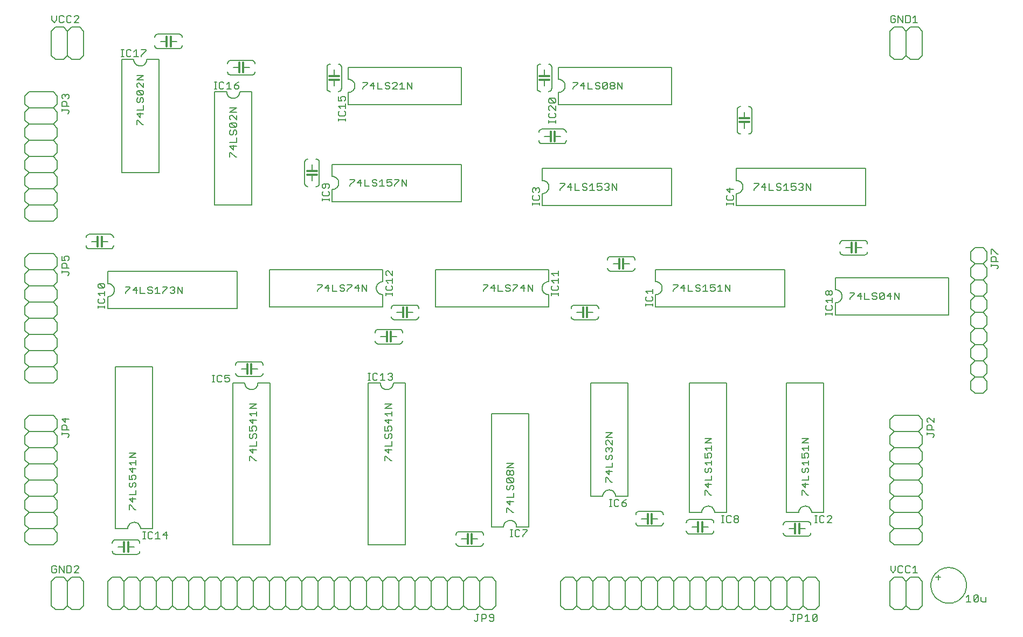
<source format=gtl>
G75*
%MOIN*%
%OFA0B0*%
%FSLAX24Y24*%
%IPPOS*%
%LPD*%
%AMOC8*
5,1,8,0,0,1.08239X$1,22.5*
%
%ADD10C,0.0080*%
%ADD11C,0.0120*%
D10*
X006890Y005890D02*
X007140Y005640D01*
X007640Y005640D01*
X007890Y005890D01*
X007890Y007390D01*
X008140Y007640D01*
X008640Y007640D01*
X008890Y007390D01*
X008890Y005890D01*
X008640Y005640D01*
X008140Y005640D01*
X007890Y005890D01*
X006890Y005890D02*
X006890Y007390D01*
X007140Y007640D01*
X007640Y007640D01*
X007890Y007390D01*
X007851Y007930D02*
X008061Y007930D01*
X008131Y008000D01*
X008131Y008280D01*
X008061Y008350D01*
X007851Y008350D01*
X007851Y007930D01*
X007671Y007930D02*
X007671Y008350D01*
X007390Y008350D02*
X007671Y007930D01*
X007390Y007930D02*
X007390Y008350D01*
X007210Y008280D02*
X007140Y008350D01*
X007000Y008350D01*
X006930Y008280D01*
X006930Y008000D01*
X007000Y007930D01*
X007140Y007930D01*
X007210Y008000D01*
X007210Y008140D01*
X007070Y008140D01*
X008311Y008280D02*
X008381Y008350D01*
X008521Y008350D01*
X008591Y008280D01*
X008591Y008210D01*
X008311Y007930D01*
X008591Y007930D01*
X010390Y007390D02*
X010390Y005890D01*
X010640Y005640D01*
X011140Y005640D01*
X011390Y005890D01*
X011390Y007390D01*
X011140Y007640D01*
X010640Y007640D01*
X010390Y007390D01*
X011390Y007390D02*
X011640Y007640D01*
X012140Y007640D01*
X012390Y007390D01*
X012390Y005890D01*
X012140Y005640D01*
X011640Y005640D01*
X011390Y005890D01*
X012390Y005890D02*
X012640Y005640D01*
X013140Y005640D01*
X013390Y005890D01*
X013390Y007390D01*
X013140Y007640D01*
X012640Y007640D01*
X012390Y007390D01*
X013390Y007390D02*
X013640Y007640D01*
X014140Y007640D01*
X014390Y007390D01*
X014390Y005890D01*
X014140Y005640D01*
X013640Y005640D01*
X013390Y005890D01*
X014390Y005890D02*
X014640Y005640D01*
X015140Y005640D01*
X015390Y005890D01*
X015390Y007390D01*
X015140Y007640D01*
X014640Y007640D01*
X014390Y007390D01*
X015390Y007390D02*
X015640Y007640D01*
X016140Y007640D01*
X016390Y007390D01*
X016390Y005890D01*
X016140Y005640D01*
X015640Y005640D01*
X015390Y005890D01*
X016390Y005890D02*
X016640Y005640D01*
X017140Y005640D01*
X017390Y005890D01*
X017390Y007390D01*
X017640Y007640D01*
X018140Y007640D01*
X018390Y007390D01*
X018390Y005890D01*
X018140Y005640D01*
X017640Y005640D01*
X017390Y005890D01*
X018390Y005890D02*
X018640Y005640D01*
X019140Y005640D01*
X019390Y005890D01*
X019390Y007390D01*
X019640Y007640D01*
X020140Y007640D01*
X020390Y007390D01*
X020390Y005890D01*
X020140Y005640D01*
X019640Y005640D01*
X019390Y005890D01*
X020390Y005890D02*
X020640Y005640D01*
X021140Y005640D01*
X021390Y005890D01*
X021390Y007390D01*
X021640Y007640D01*
X022140Y007640D01*
X022390Y007390D01*
X022390Y005890D01*
X022140Y005640D01*
X021640Y005640D01*
X021390Y005890D01*
X022390Y005890D02*
X022640Y005640D01*
X023140Y005640D01*
X023390Y005890D01*
X023390Y007390D01*
X023640Y007640D01*
X024140Y007640D01*
X024390Y007390D01*
X024390Y005890D01*
X024140Y005640D01*
X023640Y005640D01*
X023390Y005890D01*
X024390Y005890D02*
X024640Y005640D01*
X025140Y005640D01*
X025390Y005890D01*
X025390Y007390D01*
X025640Y007640D01*
X026140Y007640D01*
X026390Y007390D01*
X026390Y005890D01*
X026140Y005640D01*
X025640Y005640D01*
X025390Y005890D01*
X026390Y005890D02*
X026640Y005640D01*
X027140Y005640D01*
X027390Y005890D01*
X027390Y007390D01*
X027640Y007640D01*
X028140Y007640D01*
X028390Y007390D01*
X028390Y005890D01*
X028140Y005640D01*
X027640Y005640D01*
X027390Y005890D01*
X028390Y005890D02*
X028640Y005640D01*
X029140Y005640D01*
X029390Y005890D01*
X029390Y007390D01*
X029140Y007640D01*
X028640Y007640D01*
X028390Y007390D01*
X029390Y007390D02*
X029640Y007640D01*
X030140Y007640D01*
X030390Y007390D01*
X030390Y005890D01*
X030140Y005640D01*
X029640Y005640D01*
X029390Y005890D01*
X030390Y005890D02*
X030640Y005640D01*
X031140Y005640D01*
X031390Y005890D01*
X031390Y007390D01*
X031140Y007640D01*
X030640Y007640D01*
X030390Y007390D01*
X031390Y007390D02*
X031640Y007640D01*
X032140Y007640D01*
X032390Y007390D01*
X032390Y005890D01*
X032140Y005640D01*
X031640Y005640D01*
X031390Y005890D01*
X032390Y005890D02*
X032640Y005640D01*
X033140Y005640D01*
X033390Y005890D01*
X033390Y007390D01*
X033140Y007640D01*
X032640Y007640D01*
X032390Y007390D01*
X033390Y007390D02*
X033640Y007640D01*
X034140Y007640D01*
X034390Y007390D01*
X034390Y005890D01*
X034140Y005640D01*
X033640Y005640D01*
X033390Y005890D01*
X033329Y005350D02*
X033189Y005350D01*
X033259Y005350D02*
X033259Y005000D01*
X033189Y004930D01*
X033119Y004930D01*
X033049Y005000D01*
X033509Y004930D02*
X033509Y005350D01*
X033719Y005350D01*
X033789Y005280D01*
X033789Y005140D01*
X033719Y005070D01*
X033509Y005070D01*
X033970Y005000D02*
X034040Y004930D01*
X034180Y004930D01*
X034250Y005000D01*
X034250Y005280D01*
X034180Y005350D01*
X034040Y005350D01*
X033970Y005280D01*
X033970Y005210D01*
X034040Y005140D01*
X034250Y005140D01*
X038390Y005890D02*
X038640Y005640D01*
X039140Y005640D01*
X039390Y005890D01*
X039390Y007390D01*
X039640Y007640D01*
X040140Y007640D01*
X040390Y007390D01*
X040390Y005890D01*
X040140Y005640D01*
X039640Y005640D01*
X039390Y005890D01*
X038390Y005890D02*
X038390Y007390D01*
X038640Y007640D01*
X039140Y007640D01*
X039390Y007390D01*
X040390Y007390D02*
X040640Y007640D01*
X041140Y007640D01*
X041390Y007390D01*
X041390Y005890D01*
X041140Y005640D01*
X040640Y005640D01*
X040390Y005890D01*
X041390Y005890D02*
X041640Y005640D01*
X042140Y005640D01*
X042390Y005890D01*
X042390Y007390D01*
X042640Y007640D01*
X043140Y007640D01*
X043390Y007390D01*
X043390Y005890D01*
X043140Y005640D01*
X042640Y005640D01*
X042390Y005890D01*
X043390Y005890D02*
X043640Y005640D01*
X044140Y005640D01*
X044390Y005890D01*
X044390Y007390D01*
X044640Y007640D01*
X045140Y007640D01*
X045390Y007390D01*
X045390Y005890D01*
X045140Y005640D01*
X044640Y005640D01*
X044390Y005890D01*
X045390Y005890D02*
X045640Y005640D01*
X046140Y005640D01*
X046390Y005890D01*
X046390Y007390D01*
X046640Y007640D01*
X047140Y007640D01*
X047390Y007390D01*
X047390Y005890D01*
X047140Y005640D01*
X046640Y005640D01*
X046390Y005890D01*
X047390Y005890D02*
X047640Y005640D01*
X048140Y005640D01*
X048390Y005890D01*
X048390Y007390D01*
X048140Y007640D01*
X047640Y007640D01*
X047390Y007390D01*
X046390Y007390D02*
X046140Y007640D01*
X045640Y007640D01*
X045390Y007390D01*
X044390Y007390D02*
X044140Y007640D01*
X043640Y007640D01*
X043390Y007390D01*
X042390Y007390D02*
X042140Y007640D01*
X041640Y007640D01*
X041390Y007390D01*
X043240Y010815D02*
X044540Y010815D01*
X044566Y010817D01*
X044592Y010822D01*
X044617Y010830D01*
X044640Y010842D01*
X044662Y010856D01*
X044681Y010874D01*
X044699Y010893D01*
X044713Y010915D01*
X044725Y010938D01*
X044733Y010963D01*
X044738Y010989D01*
X044740Y011015D01*
X044390Y011265D02*
X044020Y011265D01*
X043770Y011265D02*
X043390Y011265D01*
X043040Y011515D02*
X043042Y011541D01*
X043047Y011567D01*
X043055Y011592D01*
X043067Y011615D01*
X043081Y011637D01*
X043099Y011656D01*
X043118Y011674D01*
X043140Y011688D01*
X043163Y011700D01*
X043188Y011708D01*
X043214Y011713D01*
X043240Y011715D01*
X044540Y011715D01*
X044566Y011713D01*
X044592Y011708D01*
X044617Y011700D01*
X044640Y011688D01*
X044662Y011674D01*
X044681Y011656D01*
X044699Y011637D01*
X044713Y011615D01*
X044725Y011592D01*
X044733Y011567D01*
X044738Y011541D01*
X044740Y011515D01*
X046365Y011640D02*
X047115Y011640D01*
X047117Y011679D01*
X047123Y011718D01*
X047132Y011756D01*
X047145Y011793D01*
X047162Y011829D01*
X047182Y011862D01*
X047206Y011894D01*
X047232Y011923D01*
X047261Y011949D01*
X047293Y011973D01*
X047326Y011993D01*
X047362Y012010D01*
X047399Y012023D01*
X047437Y012032D01*
X047476Y012038D01*
X047515Y012040D01*
X047554Y012038D01*
X047593Y012032D01*
X047631Y012023D01*
X047668Y012010D01*
X047704Y011993D01*
X047737Y011973D01*
X047769Y011949D01*
X047798Y011923D01*
X047824Y011894D01*
X047848Y011862D01*
X047868Y011829D01*
X047885Y011793D01*
X047898Y011756D01*
X047907Y011718D01*
X047913Y011679D01*
X047915Y011640D01*
X048665Y011640D01*
X048665Y019640D01*
X046365Y019640D01*
X046365Y011640D01*
X046365Y011215D02*
X047665Y011215D01*
X047691Y011213D01*
X047717Y011208D01*
X047742Y011200D01*
X047765Y011188D01*
X047787Y011174D01*
X047806Y011156D01*
X047824Y011137D01*
X047838Y011115D01*
X047850Y011092D01*
X047858Y011067D01*
X047863Y011041D01*
X047865Y011015D01*
X047515Y010765D02*
X047145Y010765D01*
X046895Y010765D02*
X046515Y010765D01*
X046165Y010515D02*
X046167Y010489D01*
X046172Y010463D01*
X046180Y010438D01*
X046192Y010415D01*
X046206Y010393D01*
X046224Y010374D01*
X046243Y010356D01*
X046265Y010342D01*
X046288Y010330D01*
X046313Y010322D01*
X046339Y010317D01*
X046365Y010315D01*
X047665Y010315D01*
X047691Y010317D01*
X047717Y010322D01*
X047742Y010330D01*
X047765Y010342D01*
X047787Y010356D01*
X047806Y010374D01*
X047824Y010393D01*
X047838Y010415D01*
X047850Y010438D01*
X047858Y010463D01*
X047863Y010489D01*
X047865Y010515D01*
X048352Y011030D02*
X048492Y011030D01*
X048422Y011030D02*
X048422Y011450D01*
X048352Y011450D02*
X048492Y011450D01*
X048659Y011380D02*
X048659Y011100D01*
X048729Y011030D01*
X048869Y011030D01*
X048939Y011100D01*
X049120Y011100D02*
X049120Y011170D01*
X049190Y011240D01*
X049330Y011240D01*
X049400Y011170D01*
X049400Y011100D01*
X049330Y011030D01*
X049190Y011030D01*
X049120Y011100D01*
X049190Y011240D02*
X049120Y011310D01*
X049120Y011380D01*
X049190Y011450D01*
X049330Y011450D01*
X049400Y011380D01*
X049400Y011310D01*
X049330Y011240D01*
X048939Y011380D02*
X048869Y011450D01*
X048729Y011450D01*
X048659Y011380D01*
X047725Y012730D02*
X047655Y012730D01*
X047375Y013010D01*
X047305Y013010D01*
X047305Y012730D01*
X047515Y013190D02*
X047515Y013471D01*
X047725Y013401D02*
X047305Y013401D01*
X047515Y013190D01*
X047305Y013651D02*
X047725Y013651D01*
X047725Y013931D01*
X047655Y014111D02*
X047725Y014181D01*
X047725Y014321D01*
X047655Y014391D01*
X047585Y014391D01*
X047515Y014321D01*
X047515Y014181D01*
X047445Y014111D01*
X047375Y014111D01*
X047305Y014181D01*
X047305Y014321D01*
X047375Y014391D01*
X047445Y014572D02*
X047305Y014712D01*
X047725Y014712D01*
X047725Y014572D02*
X047725Y014852D01*
X047655Y015032D02*
X047725Y015102D01*
X047725Y015242D01*
X047655Y015312D01*
X047515Y015312D01*
X047445Y015242D01*
X047445Y015172D01*
X047515Y015032D01*
X047305Y015032D01*
X047305Y015312D01*
X047445Y015492D02*
X047305Y015632D01*
X047725Y015632D01*
X047725Y015492D02*
X047725Y015773D01*
X047725Y015953D02*
X047305Y015953D01*
X047725Y016233D01*
X047305Y016233D01*
X042540Y019640D02*
X040240Y019640D01*
X040240Y012640D01*
X040990Y012640D01*
X040992Y012679D01*
X040998Y012718D01*
X041007Y012756D01*
X041020Y012793D01*
X041037Y012829D01*
X041057Y012862D01*
X041081Y012894D01*
X041107Y012923D01*
X041136Y012949D01*
X041168Y012973D01*
X041201Y012993D01*
X041237Y013010D01*
X041274Y013023D01*
X041312Y013032D01*
X041351Y013038D01*
X041390Y013040D01*
X041429Y013038D01*
X041468Y013032D01*
X041506Y013023D01*
X041543Y013010D01*
X041579Y012993D01*
X041612Y012973D01*
X041644Y012949D01*
X041673Y012923D01*
X041699Y012894D01*
X041723Y012862D01*
X041743Y012829D01*
X041760Y012793D01*
X041773Y012756D01*
X041782Y012718D01*
X041788Y012679D01*
X041790Y012640D01*
X042540Y012640D01*
X042540Y019640D01*
X041600Y016573D02*
X041180Y016573D01*
X041180Y016292D02*
X041600Y016573D01*
X041600Y016292D02*
X041180Y016292D01*
X041250Y016112D02*
X041180Y016042D01*
X041180Y015902D01*
X041250Y015832D01*
X041250Y015652D02*
X041320Y015652D01*
X041390Y015582D01*
X041460Y015652D01*
X041530Y015652D01*
X041600Y015582D01*
X041600Y015442D01*
X041530Y015372D01*
X041530Y015191D02*
X041600Y015121D01*
X041600Y014981D01*
X041530Y014911D01*
X041390Y014981D02*
X041390Y015121D01*
X041460Y015191D01*
X041530Y015191D01*
X041390Y014981D02*
X041320Y014911D01*
X041250Y014911D01*
X041180Y014981D01*
X041180Y015121D01*
X041250Y015191D01*
X041250Y015372D02*
X041180Y015442D01*
X041180Y015582D01*
X041250Y015652D01*
X041390Y015582D02*
X041390Y015512D01*
X041600Y015832D02*
X041320Y016112D01*
X041250Y016112D01*
X041600Y016112D02*
X041600Y015832D01*
X041600Y014731D02*
X041600Y014451D01*
X041180Y014451D01*
X041180Y014201D02*
X041390Y013990D01*
X041390Y014271D01*
X041600Y014201D02*
X041180Y014201D01*
X041180Y013810D02*
X041250Y013810D01*
X041530Y013530D01*
X041600Y013530D01*
X041180Y013530D02*
X041180Y013810D01*
X041402Y012450D02*
X041542Y012450D01*
X041472Y012450D02*
X041472Y012030D01*
X041402Y012030D02*
X041542Y012030D01*
X041709Y012100D02*
X041779Y012030D01*
X041919Y012030D01*
X041989Y012100D01*
X042170Y012100D02*
X042240Y012030D01*
X042380Y012030D01*
X042450Y012100D01*
X042450Y012170D01*
X042380Y012240D01*
X042170Y012240D01*
X042170Y012100D01*
X042170Y012240D02*
X042310Y012380D01*
X042450Y012450D01*
X041989Y012380D02*
X041919Y012450D01*
X041779Y012450D01*
X041709Y012380D01*
X041709Y012100D01*
X043040Y011015D02*
X043042Y010989D01*
X043047Y010963D01*
X043055Y010938D01*
X043067Y010915D01*
X043081Y010893D01*
X043099Y010874D01*
X043118Y010856D01*
X043140Y010842D01*
X043163Y010830D01*
X043188Y010822D01*
X043214Y010817D01*
X043240Y010815D01*
X046165Y011015D02*
X046167Y011041D01*
X046172Y011067D01*
X046180Y011092D01*
X046192Y011115D01*
X046206Y011137D01*
X046224Y011156D01*
X046243Y011174D01*
X046265Y011188D01*
X046288Y011200D01*
X046313Y011208D01*
X046339Y011213D01*
X046365Y011215D01*
X048640Y007640D02*
X048390Y007390D01*
X048640Y007640D02*
X049140Y007640D01*
X049390Y007390D01*
X049390Y005890D01*
X049140Y005640D01*
X048640Y005640D01*
X048390Y005890D01*
X049390Y005890D02*
X049640Y005640D01*
X050140Y005640D01*
X050390Y005890D01*
X050390Y007390D01*
X050140Y007640D01*
X049640Y007640D01*
X049390Y007390D01*
X050390Y007390D02*
X050640Y007640D01*
X051140Y007640D01*
X051390Y007390D01*
X051390Y005890D01*
X051140Y005640D01*
X050640Y005640D01*
X050390Y005890D01*
X051390Y005890D02*
X051640Y005640D01*
X052140Y005640D01*
X052390Y005890D01*
X052390Y007390D01*
X052140Y007640D01*
X051640Y007640D01*
X051390Y007390D01*
X052390Y007390D02*
X052640Y007640D01*
X053140Y007640D01*
X053390Y007390D01*
X053390Y005890D01*
X053140Y005640D01*
X052640Y005640D01*
X052390Y005890D01*
X052729Y005350D02*
X052869Y005350D01*
X052799Y005350D02*
X052799Y005000D01*
X052729Y004930D01*
X052658Y004930D01*
X052588Y005000D01*
X053049Y004930D02*
X053049Y005350D01*
X053259Y005350D01*
X053329Y005280D01*
X053329Y005140D01*
X053259Y005070D01*
X053049Y005070D01*
X053509Y004930D02*
X053789Y004930D01*
X053649Y004930D02*
X053649Y005350D01*
X053509Y005210D01*
X053640Y005640D02*
X053390Y005890D01*
X053640Y005640D02*
X054140Y005640D01*
X054390Y005890D01*
X054390Y007390D01*
X054140Y007640D01*
X053640Y007640D01*
X053390Y007390D01*
X054040Y005350D02*
X054180Y005350D01*
X054250Y005280D01*
X053970Y005000D01*
X054040Y004930D01*
X054180Y004930D01*
X054250Y005000D01*
X054250Y005280D01*
X054040Y005350D02*
X053970Y005280D01*
X053970Y005000D01*
X058765Y005890D02*
X058765Y007390D01*
X059015Y007640D01*
X059515Y007640D01*
X059765Y007390D01*
X059765Y005890D01*
X060015Y005640D01*
X060515Y005640D01*
X060765Y005890D01*
X060765Y007390D01*
X060515Y007640D01*
X060015Y007640D01*
X059765Y007390D01*
X059796Y007930D02*
X059936Y007930D01*
X060006Y008000D01*
X060186Y007930D02*
X060466Y007930D01*
X060326Y007930D02*
X060326Y008350D01*
X060186Y008210D01*
X060006Y008280D02*
X059936Y008350D01*
X059796Y008350D01*
X059726Y008280D01*
X059726Y008000D01*
X059796Y007930D01*
X059546Y008000D02*
X059476Y007930D01*
X059335Y007930D01*
X059265Y008000D01*
X059265Y008280D01*
X059335Y008350D01*
X059476Y008350D01*
X059546Y008280D01*
X059085Y008350D02*
X059085Y008070D01*
X058945Y007930D01*
X058805Y008070D01*
X058805Y008350D01*
X059015Y009640D02*
X058765Y009890D01*
X058765Y010390D01*
X059015Y010640D01*
X060515Y010640D01*
X060765Y010390D01*
X060765Y009890D01*
X060515Y009640D01*
X059015Y009640D01*
X059015Y010640D02*
X058765Y010890D01*
X058765Y011390D01*
X059015Y011640D01*
X060515Y011640D01*
X060765Y011390D01*
X060765Y010890D01*
X060515Y010640D01*
X060515Y011640D02*
X060765Y011890D01*
X060765Y012390D01*
X060515Y012640D01*
X059015Y012640D01*
X058765Y012390D01*
X058765Y011890D01*
X059015Y011640D01*
X059015Y012640D02*
X058765Y012890D01*
X058765Y013390D01*
X059015Y013640D01*
X060515Y013640D01*
X060765Y013390D01*
X060765Y012890D01*
X060515Y012640D01*
X060515Y013640D02*
X060765Y013890D01*
X060765Y014390D01*
X060515Y014640D01*
X059015Y014640D01*
X058765Y014390D01*
X058765Y013890D01*
X059015Y013640D01*
X059015Y014640D02*
X058765Y014890D01*
X058765Y015390D01*
X059015Y015640D01*
X060515Y015640D01*
X060765Y015390D01*
X060765Y014890D01*
X060515Y014640D01*
X060515Y015640D02*
X060765Y015890D01*
X060765Y016390D01*
X060515Y016640D01*
X059015Y016640D01*
X058765Y016390D01*
X058765Y015890D01*
X059015Y015640D01*
X059015Y016640D02*
X058765Y016890D01*
X058765Y017390D01*
X059015Y017640D01*
X060515Y017640D01*
X060765Y017390D01*
X060765Y016890D01*
X060515Y016640D01*
X061055Y016579D02*
X061055Y016439D01*
X061055Y016509D02*
X061405Y016509D01*
X061475Y016439D01*
X061475Y016369D01*
X061405Y016299D01*
X061475Y016759D02*
X061055Y016759D01*
X061055Y016969D01*
X061125Y017039D01*
X061265Y017039D01*
X061335Y016969D01*
X061335Y016759D01*
X061475Y017220D02*
X061195Y017500D01*
X061125Y017500D01*
X061055Y017430D01*
X061055Y017290D01*
X061125Y017220D01*
X061475Y017220D02*
X061475Y017500D01*
X063765Y019265D02*
X063765Y019765D01*
X064015Y020015D01*
X063765Y020265D01*
X063765Y020765D01*
X064015Y021015D01*
X063765Y021265D01*
X063765Y021765D01*
X064015Y022015D01*
X063765Y022265D01*
X063765Y022765D01*
X064015Y023015D01*
X063765Y023265D01*
X063765Y023765D01*
X064015Y024015D01*
X063765Y024265D01*
X063765Y024765D01*
X064015Y025015D01*
X063765Y025265D01*
X063765Y025765D01*
X064015Y026015D01*
X063765Y026265D01*
X063765Y026765D01*
X064015Y027015D01*
X063765Y027265D01*
X063765Y027765D01*
X064015Y028015D01*
X064515Y028015D01*
X064765Y027765D01*
X064765Y027265D01*
X064515Y027015D01*
X064765Y026765D01*
X064765Y026265D01*
X064515Y026015D01*
X064015Y026015D01*
X064515Y026015D02*
X064765Y025765D01*
X064765Y025265D01*
X064515Y025015D01*
X064765Y024765D01*
X064765Y024265D01*
X064515Y024015D01*
X064765Y023765D01*
X064765Y023265D01*
X064515Y023015D01*
X064015Y023015D01*
X064515Y023015D02*
X064765Y022765D01*
X064765Y022265D01*
X064515Y022015D01*
X064765Y021765D01*
X064765Y021265D01*
X064515Y021015D01*
X064765Y020765D01*
X064765Y020265D01*
X064515Y020015D01*
X064765Y019765D01*
X064765Y019265D01*
X064515Y019015D01*
X064015Y019015D01*
X063765Y019265D01*
X064015Y020015D02*
X064515Y020015D01*
X064515Y021015D02*
X064015Y021015D01*
X064015Y022015D02*
X064515Y022015D01*
X064515Y024015D02*
X064015Y024015D01*
X064015Y025015D02*
X064515Y025015D01*
X065375Y026704D02*
X065445Y026774D01*
X065445Y026844D01*
X065375Y026914D01*
X065025Y026914D01*
X065025Y026844D02*
X065025Y026984D01*
X065025Y027164D02*
X065025Y027374D01*
X065095Y027444D01*
X065235Y027444D01*
X065305Y027374D01*
X065305Y027164D01*
X065445Y027164D02*
X065025Y027164D01*
X065025Y027625D02*
X065025Y027905D01*
X065095Y027905D01*
X065375Y027625D01*
X065445Y027625D01*
X064515Y027015D02*
X064015Y027015D01*
X062390Y026165D02*
X062390Y023865D01*
X055390Y023865D01*
X055390Y024615D01*
X055200Y024622D02*
X055200Y024903D01*
X055200Y024762D02*
X054780Y024762D01*
X054920Y024622D01*
X054850Y024442D02*
X054780Y024372D01*
X054780Y024232D01*
X054850Y024162D01*
X055130Y024162D01*
X055200Y024232D01*
X055200Y024372D01*
X055130Y024442D01*
X055200Y023995D02*
X055200Y023855D01*
X055200Y023925D02*
X054780Y023925D01*
X054780Y023855D02*
X054780Y023995D01*
X056280Y024805D02*
X056280Y024875D01*
X056560Y025155D01*
X056560Y025225D01*
X056280Y025225D01*
X056740Y025015D02*
X057021Y025015D01*
X056951Y024805D02*
X056951Y025225D01*
X056740Y025015D01*
X057201Y025225D02*
X057201Y024805D01*
X057481Y024805D01*
X057661Y024875D02*
X057731Y024805D01*
X057871Y024805D01*
X057941Y024875D01*
X057941Y024945D01*
X057871Y025015D01*
X057731Y025015D01*
X057661Y025085D01*
X057661Y025155D01*
X057731Y025225D01*
X057871Y025225D01*
X057941Y025155D01*
X058122Y025155D02*
X058192Y025225D01*
X058332Y025225D01*
X058402Y025155D01*
X058122Y024875D01*
X058192Y024805D01*
X058332Y024805D01*
X058402Y024875D01*
X058402Y025155D01*
X058582Y025015D02*
X058862Y025015D01*
X058792Y024805D02*
X058792Y025225D01*
X058582Y025015D01*
X058122Y024875D02*
X058122Y025155D01*
X059042Y025225D02*
X059323Y024805D01*
X059323Y025225D01*
X059042Y025225D02*
X059042Y024805D01*
X062390Y026165D02*
X055390Y026165D01*
X055390Y025415D01*
X055200Y025293D02*
X055200Y025153D01*
X055130Y025083D01*
X055060Y025083D01*
X054990Y025153D01*
X054990Y025293D01*
X055060Y025363D01*
X055130Y025363D01*
X055200Y025293D01*
X054990Y025293D02*
X054920Y025363D01*
X054850Y025363D01*
X054780Y025293D01*
X054780Y025153D01*
X054850Y025083D01*
X054920Y025083D01*
X054990Y025153D01*
X055390Y025415D02*
X055429Y025413D01*
X055468Y025407D01*
X055506Y025398D01*
X055543Y025385D01*
X055579Y025368D01*
X055612Y025348D01*
X055644Y025324D01*
X055673Y025298D01*
X055699Y025269D01*
X055723Y025237D01*
X055743Y025204D01*
X055760Y025168D01*
X055773Y025131D01*
X055782Y025093D01*
X055788Y025054D01*
X055790Y025015D01*
X055788Y024976D01*
X055782Y024937D01*
X055773Y024899D01*
X055760Y024862D01*
X055743Y024826D01*
X055723Y024793D01*
X055699Y024761D01*
X055673Y024732D01*
X055644Y024706D01*
X055612Y024682D01*
X055579Y024662D01*
X055543Y024645D01*
X055506Y024632D01*
X055468Y024623D01*
X055429Y024617D01*
X055390Y024615D01*
X052265Y024365D02*
X052265Y026665D01*
X044265Y026665D01*
X044265Y025915D01*
X044304Y025913D01*
X044343Y025907D01*
X044381Y025898D01*
X044418Y025885D01*
X044454Y025868D01*
X044487Y025848D01*
X044519Y025824D01*
X044548Y025798D01*
X044574Y025769D01*
X044598Y025737D01*
X044618Y025704D01*
X044635Y025668D01*
X044648Y025631D01*
X044657Y025593D01*
X044663Y025554D01*
X044665Y025515D01*
X044663Y025476D01*
X044657Y025437D01*
X044648Y025399D01*
X044635Y025362D01*
X044618Y025326D01*
X044598Y025293D01*
X044574Y025261D01*
X044548Y025232D01*
X044519Y025206D01*
X044487Y025182D01*
X044454Y025162D01*
X044418Y025145D01*
X044381Y025132D01*
X044343Y025123D01*
X044304Y025117D01*
X044265Y025115D01*
X044265Y024365D01*
X052265Y024365D01*
X048858Y025305D02*
X048858Y025725D01*
X048578Y025725D02*
X048858Y025305D01*
X048578Y025305D02*
X048578Y025725D01*
X048257Y025725D02*
X048257Y025305D01*
X048117Y025305D02*
X048398Y025305D01*
X048117Y025585D02*
X048257Y025725D01*
X047937Y025725D02*
X047657Y025725D01*
X047657Y025515D01*
X047797Y025585D01*
X047867Y025585D01*
X047937Y025515D01*
X047937Y025375D01*
X047867Y025305D01*
X047727Y025305D01*
X047657Y025375D01*
X047477Y025305D02*
X047197Y025305D01*
X047337Y025305D02*
X047337Y025725D01*
X047197Y025585D01*
X047016Y025655D02*
X046946Y025725D01*
X046806Y025725D01*
X046736Y025655D01*
X046736Y025585D01*
X046806Y025515D01*
X046946Y025515D01*
X047016Y025445D01*
X047016Y025375D01*
X046946Y025305D01*
X046806Y025305D01*
X046736Y025375D01*
X046556Y025305D02*
X046276Y025305D01*
X046276Y025725D01*
X046026Y025725D02*
X046026Y025305D01*
X046096Y025515D02*
X045815Y025515D01*
X046026Y025725D01*
X045635Y025725D02*
X045635Y025655D01*
X045355Y025375D01*
X045355Y025305D01*
X045355Y025725D02*
X045635Y025725D01*
X044075Y025453D02*
X044075Y025172D01*
X044075Y025312D02*
X043655Y025312D01*
X043795Y025172D01*
X043725Y024992D02*
X043655Y024922D01*
X043655Y024782D01*
X043725Y024712D01*
X044005Y024712D01*
X044075Y024782D01*
X044075Y024922D01*
X044005Y024992D01*
X044075Y024545D02*
X044075Y024405D01*
X044075Y024475D02*
X043655Y024475D01*
X043655Y024405D02*
X043655Y024545D01*
X042790Y026565D02*
X041490Y026565D01*
X041464Y026567D01*
X041438Y026572D01*
X041413Y026580D01*
X041390Y026592D01*
X041368Y026606D01*
X041349Y026624D01*
X041331Y026643D01*
X041317Y026665D01*
X041305Y026688D01*
X041297Y026713D01*
X041292Y026739D01*
X041290Y026765D01*
X041640Y027015D02*
X042010Y027015D01*
X042260Y027015D02*
X042640Y027015D01*
X042990Y027265D02*
X042988Y027291D01*
X042983Y027317D01*
X042975Y027342D01*
X042963Y027365D01*
X042949Y027387D01*
X042931Y027406D01*
X042912Y027424D01*
X042890Y027438D01*
X042867Y027450D01*
X042842Y027458D01*
X042816Y027463D01*
X042790Y027465D01*
X041490Y027465D01*
X041464Y027463D01*
X041438Y027458D01*
X041413Y027450D01*
X041390Y027438D01*
X041368Y027424D01*
X041349Y027406D01*
X041331Y027387D01*
X041317Y027365D01*
X041305Y027342D01*
X041297Y027317D01*
X041292Y027291D01*
X041290Y027265D01*
X042790Y026565D02*
X042816Y026567D01*
X042842Y026572D01*
X042867Y026580D01*
X042890Y026592D01*
X042912Y026606D01*
X042931Y026624D01*
X042949Y026643D01*
X042963Y026665D01*
X042975Y026688D01*
X042983Y026713D01*
X042988Y026739D01*
X042990Y026765D01*
X040540Y024465D02*
X039240Y024465D01*
X039214Y024463D01*
X039188Y024458D01*
X039163Y024450D01*
X039140Y024438D01*
X039118Y024424D01*
X039099Y024406D01*
X039081Y024387D01*
X039067Y024365D01*
X039055Y024342D01*
X039047Y024317D01*
X039042Y024291D01*
X039040Y024265D01*
X039390Y024015D02*
X039770Y024015D01*
X040020Y024015D02*
X040390Y024015D01*
X040740Y024265D02*
X040738Y024291D01*
X040733Y024317D01*
X040725Y024342D01*
X040713Y024365D01*
X040699Y024387D01*
X040681Y024406D01*
X040662Y024424D01*
X040640Y024438D01*
X040617Y024450D01*
X040592Y024458D01*
X040566Y024463D01*
X040540Y024465D01*
X040740Y023765D02*
X040738Y023739D01*
X040733Y023713D01*
X040725Y023688D01*
X040713Y023665D01*
X040699Y023643D01*
X040681Y023624D01*
X040662Y023606D01*
X040640Y023592D01*
X040617Y023580D01*
X040592Y023572D01*
X040566Y023567D01*
X040540Y023565D01*
X039240Y023565D01*
X039214Y023567D01*
X039188Y023572D01*
X039163Y023580D01*
X039140Y023592D01*
X039118Y023606D01*
X039099Y023624D01*
X039081Y023643D01*
X039067Y023665D01*
X039055Y023688D01*
X039047Y023713D01*
X039042Y023739D01*
X039040Y023765D01*
X037640Y024365D02*
X037640Y025115D01*
X037830Y025137D02*
X038250Y025137D01*
X038250Y025067D02*
X038250Y025207D01*
X038180Y025374D02*
X038250Y025444D01*
X038250Y025584D01*
X038180Y025654D01*
X038250Y025834D02*
X038250Y026114D01*
X038250Y025974D02*
X037830Y025974D01*
X037970Y025834D01*
X037900Y025654D02*
X037830Y025584D01*
X037830Y025444D01*
X037900Y025374D01*
X038180Y025374D01*
X037830Y025207D02*
X037830Y025067D01*
X037640Y025115D02*
X037601Y025117D01*
X037562Y025123D01*
X037524Y025132D01*
X037487Y025145D01*
X037451Y025162D01*
X037418Y025182D01*
X037386Y025206D01*
X037357Y025232D01*
X037331Y025261D01*
X037307Y025293D01*
X037287Y025326D01*
X037270Y025362D01*
X037257Y025399D01*
X037248Y025437D01*
X037242Y025476D01*
X037240Y025515D01*
X037242Y025554D01*
X037248Y025593D01*
X037257Y025631D01*
X037270Y025668D01*
X037287Y025704D01*
X037307Y025737D01*
X037331Y025769D01*
X037357Y025798D01*
X037386Y025824D01*
X037418Y025848D01*
X037451Y025868D01*
X037487Y025885D01*
X037524Y025898D01*
X037562Y025907D01*
X037601Y025913D01*
X037640Y025915D01*
X037640Y026665D01*
X030640Y026665D01*
X030640Y024365D01*
X037640Y024365D01*
X036650Y025305D02*
X036650Y025725D01*
X036370Y025725D02*
X036650Y025305D01*
X036370Y025305D02*
X036370Y025725D01*
X036119Y025725D02*
X036119Y025305D01*
X036189Y025515D02*
X035909Y025515D01*
X036119Y025725D01*
X035729Y025725D02*
X035729Y025655D01*
X035449Y025375D01*
X035449Y025305D01*
X035269Y025375D02*
X035199Y025305D01*
X035058Y025305D01*
X034988Y025375D01*
X035058Y025515D02*
X035199Y025515D01*
X035269Y025445D01*
X035269Y025375D01*
X035058Y025515D02*
X034988Y025585D01*
X034988Y025655D01*
X035058Y025725D01*
X035199Y025725D01*
X035269Y025655D01*
X035449Y025725D02*
X035729Y025725D01*
X034808Y025305D02*
X034528Y025305D01*
X034528Y025725D01*
X034278Y025725D02*
X034068Y025515D01*
X034348Y025515D01*
X034278Y025305D02*
X034278Y025725D01*
X033887Y025725D02*
X033887Y025655D01*
X033607Y025375D01*
X033607Y025305D01*
X033607Y025725D02*
X033887Y025725D01*
X037830Y026435D02*
X037970Y026295D01*
X037830Y026435D02*
X038250Y026435D01*
X038250Y026295D02*
X038250Y026575D01*
X037265Y030615D02*
X037265Y031365D01*
X037075Y031492D02*
X037005Y031422D01*
X037075Y031492D02*
X037075Y031633D01*
X037005Y031703D01*
X036935Y031703D01*
X036865Y031633D01*
X036865Y031562D01*
X036865Y031633D02*
X036795Y031703D01*
X036725Y031703D01*
X036655Y031633D01*
X036655Y031492D01*
X036725Y031422D01*
X036725Y031242D02*
X036655Y031172D01*
X036655Y031032D01*
X036725Y030962D01*
X037005Y030962D01*
X037075Y031032D01*
X037075Y031172D01*
X037005Y031242D01*
X037075Y030795D02*
X037075Y030655D01*
X037075Y030725D02*
X036655Y030725D01*
X036655Y030655D02*
X036655Y030795D01*
X037265Y030615D02*
X045265Y030615D01*
X045265Y032915D01*
X037265Y032915D01*
X037265Y032165D01*
X037304Y032163D01*
X037343Y032157D01*
X037381Y032148D01*
X037418Y032135D01*
X037454Y032118D01*
X037487Y032098D01*
X037519Y032074D01*
X037548Y032048D01*
X037574Y032019D01*
X037598Y031987D01*
X037618Y031954D01*
X037635Y031918D01*
X037648Y031881D01*
X037657Y031843D01*
X037663Y031804D01*
X037665Y031765D01*
X037663Y031726D01*
X037657Y031687D01*
X037648Y031649D01*
X037635Y031612D01*
X037618Y031576D01*
X037598Y031543D01*
X037574Y031511D01*
X037548Y031482D01*
X037519Y031456D01*
X037487Y031432D01*
X037454Y031412D01*
X037418Y031395D01*
X037381Y031382D01*
X037343Y031373D01*
X037304Y031367D01*
X037265Y031365D01*
X038355Y031555D02*
X038355Y031625D01*
X038635Y031905D01*
X038635Y031975D01*
X038355Y031975D01*
X038815Y031765D02*
X039096Y031765D01*
X039026Y031555D02*
X039026Y031975D01*
X038815Y031765D01*
X039276Y031555D02*
X039556Y031555D01*
X039736Y031625D02*
X039806Y031555D01*
X039946Y031555D01*
X040016Y031625D01*
X040016Y031695D01*
X039946Y031765D01*
X039806Y031765D01*
X039736Y031835D01*
X039736Y031905D01*
X039806Y031975D01*
X039946Y031975D01*
X040016Y031905D01*
X040197Y031835D02*
X040337Y031975D01*
X040337Y031555D01*
X040197Y031555D02*
X040477Y031555D01*
X040657Y031625D02*
X040727Y031555D01*
X040867Y031555D01*
X040937Y031625D01*
X040937Y031765D01*
X040867Y031835D01*
X040797Y031835D01*
X040657Y031765D01*
X040657Y031975D01*
X040937Y031975D01*
X041117Y031905D02*
X041187Y031975D01*
X041328Y031975D01*
X041398Y031905D01*
X041398Y031835D01*
X041328Y031765D01*
X041398Y031695D01*
X041398Y031625D01*
X041328Y031555D01*
X041187Y031555D01*
X041117Y031625D01*
X041257Y031765D02*
X041328Y031765D01*
X041578Y031555D02*
X041578Y031975D01*
X041858Y031555D01*
X041858Y031975D01*
X039276Y031975D02*
X039276Y031555D01*
X038540Y034440D02*
X037240Y034440D01*
X037214Y034442D01*
X037188Y034447D01*
X037163Y034455D01*
X037140Y034467D01*
X037118Y034481D01*
X037099Y034499D01*
X037081Y034518D01*
X037067Y034540D01*
X037055Y034563D01*
X037047Y034588D01*
X037042Y034614D01*
X037040Y034640D01*
X037390Y034890D02*
X037770Y034890D01*
X038020Y034890D02*
X038390Y034890D01*
X038740Y034640D02*
X038738Y034614D01*
X038733Y034588D01*
X038725Y034563D01*
X038713Y034540D01*
X038699Y034518D01*
X038681Y034499D01*
X038662Y034481D01*
X038640Y034467D01*
X038617Y034455D01*
X038592Y034447D01*
X038566Y034442D01*
X038540Y034440D01*
X038740Y035140D02*
X038738Y035166D01*
X038733Y035192D01*
X038725Y035217D01*
X038713Y035240D01*
X038699Y035262D01*
X038681Y035281D01*
X038662Y035299D01*
X038640Y035313D01*
X038617Y035325D01*
X038592Y035333D01*
X038566Y035338D01*
X038540Y035340D01*
X037240Y035340D01*
X037214Y035338D01*
X037188Y035333D01*
X037163Y035325D01*
X037140Y035313D01*
X037118Y035299D01*
X037099Y035281D01*
X037081Y035262D01*
X037067Y035240D01*
X037055Y035217D01*
X037047Y035192D01*
X037042Y035166D01*
X037040Y035140D01*
X037655Y035730D02*
X037655Y035870D01*
X037655Y035800D02*
X038075Y035800D01*
X038075Y035730D02*
X038075Y035870D01*
X038005Y036037D02*
X038075Y036107D01*
X038075Y036247D01*
X038005Y036317D01*
X038075Y036497D02*
X037795Y036778D01*
X037725Y036778D01*
X037655Y036708D01*
X037655Y036567D01*
X037725Y036497D01*
X037725Y036317D02*
X037655Y036247D01*
X037655Y036107D01*
X037725Y036037D01*
X038005Y036037D01*
X038075Y036497D02*
X038075Y036778D01*
X038005Y036958D02*
X037725Y037238D01*
X038005Y037238D01*
X038075Y037168D01*
X038075Y037028D01*
X038005Y036958D01*
X037725Y036958D01*
X037655Y037028D01*
X037655Y037168D01*
X037725Y037238D01*
X038265Y036865D02*
X038265Y037615D01*
X038304Y037617D01*
X038343Y037623D01*
X038381Y037632D01*
X038418Y037645D01*
X038454Y037662D01*
X038487Y037682D01*
X038519Y037706D01*
X038548Y037732D01*
X038574Y037761D01*
X038598Y037793D01*
X038618Y037826D01*
X038635Y037862D01*
X038648Y037899D01*
X038657Y037937D01*
X038663Y037976D01*
X038665Y038015D01*
X038663Y038054D01*
X038657Y038093D01*
X038648Y038131D01*
X038635Y038168D01*
X038618Y038204D01*
X038598Y038237D01*
X038574Y038269D01*
X038548Y038298D01*
X038519Y038324D01*
X038487Y038348D01*
X038454Y038368D01*
X038418Y038385D01*
X038381Y038398D01*
X038343Y038407D01*
X038304Y038413D01*
X038265Y038415D01*
X038265Y039165D01*
X045265Y039165D01*
X045265Y036865D01*
X038265Y036865D01*
X037840Y037865D02*
X037840Y039165D01*
X037838Y039191D01*
X037833Y039217D01*
X037825Y039242D01*
X037813Y039265D01*
X037799Y039287D01*
X037781Y039306D01*
X037762Y039324D01*
X037740Y039338D01*
X037717Y039350D01*
X037692Y039358D01*
X037666Y039363D01*
X037640Y039365D01*
X037390Y039015D02*
X037390Y038635D01*
X037390Y038385D02*
X037390Y038015D01*
X037140Y037665D02*
X037114Y037667D01*
X037088Y037672D01*
X037063Y037680D01*
X037040Y037692D01*
X037018Y037706D01*
X036999Y037724D01*
X036981Y037743D01*
X036967Y037765D01*
X036955Y037788D01*
X036947Y037813D01*
X036942Y037839D01*
X036940Y037865D01*
X036940Y039165D01*
X036942Y039191D01*
X036947Y039217D01*
X036955Y039242D01*
X036967Y039265D01*
X036981Y039287D01*
X036999Y039306D01*
X037018Y039324D01*
X037040Y039338D01*
X037063Y039350D01*
X037088Y039358D01*
X037114Y039363D01*
X037140Y039365D01*
X037840Y037865D02*
X037838Y037839D01*
X037833Y037813D01*
X037825Y037788D01*
X037813Y037765D01*
X037799Y037743D01*
X037781Y037724D01*
X037762Y037706D01*
X037740Y037692D01*
X037717Y037680D01*
X037692Y037672D01*
X037666Y037667D01*
X037640Y037665D01*
X039155Y037805D02*
X039155Y037875D01*
X039435Y038155D01*
X039435Y038225D01*
X039155Y038225D01*
X039615Y038015D02*
X039896Y038015D01*
X039826Y037805D02*
X039826Y038225D01*
X039615Y038015D01*
X040076Y038225D02*
X040076Y037805D01*
X040356Y037805D01*
X040536Y037875D02*
X040606Y037805D01*
X040746Y037805D01*
X040816Y037875D01*
X040816Y037945D01*
X040746Y038015D01*
X040606Y038015D01*
X040536Y038085D01*
X040536Y038155D01*
X040606Y038225D01*
X040746Y038225D01*
X040816Y038155D01*
X040997Y038155D02*
X041067Y038225D01*
X041207Y038225D01*
X041277Y038155D01*
X040997Y037875D01*
X041067Y037805D01*
X041207Y037805D01*
X041277Y037875D01*
X041277Y038155D01*
X041457Y038155D02*
X041457Y038085D01*
X041527Y038015D01*
X041667Y038015D01*
X041737Y037945D01*
X041737Y037875D01*
X041667Y037805D01*
X041527Y037805D01*
X041457Y037875D01*
X041457Y037945D01*
X041527Y038015D01*
X041667Y038015D02*
X041737Y038085D01*
X041737Y038155D01*
X041667Y038225D01*
X041527Y038225D01*
X041457Y038155D01*
X040997Y038155D02*
X040997Y037875D01*
X041917Y037805D02*
X041917Y038225D01*
X042198Y037805D01*
X042198Y038225D01*
X049315Y036540D02*
X049315Y035240D01*
X049317Y035214D01*
X049322Y035188D01*
X049330Y035163D01*
X049342Y035140D01*
X049356Y035118D01*
X049374Y035099D01*
X049393Y035081D01*
X049415Y035067D01*
X049438Y035055D01*
X049463Y035047D01*
X049489Y035042D01*
X049515Y035040D01*
X049765Y035390D02*
X049765Y035770D01*
X049765Y036020D02*
X049765Y036390D01*
X050015Y036740D02*
X050041Y036738D01*
X050067Y036733D01*
X050092Y036725D01*
X050115Y036713D01*
X050137Y036699D01*
X050156Y036681D01*
X050174Y036662D01*
X050188Y036640D01*
X050200Y036617D01*
X050208Y036592D01*
X050213Y036566D01*
X050215Y036540D01*
X050215Y035240D01*
X050213Y035214D01*
X050208Y035188D01*
X050200Y035163D01*
X050188Y035140D01*
X050174Y035118D01*
X050156Y035099D01*
X050137Y035081D01*
X050115Y035067D01*
X050092Y035055D01*
X050067Y035047D01*
X050041Y035042D01*
X050015Y035040D01*
X049315Y036540D02*
X049317Y036566D01*
X049322Y036592D01*
X049330Y036617D01*
X049342Y036640D01*
X049356Y036662D01*
X049374Y036681D01*
X049393Y036699D01*
X049415Y036713D01*
X049438Y036725D01*
X049463Y036733D01*
X049489Y036738D01*
X049515Y036740D01*
X049265Y032915D02*
X049265Y032165D01*
X049304Y032163D01*
X049343Y032157D01*
X049381Y032148D01*
X049418Y032135D01*
X049454Y032118D01*
X049487Y032098D01*
X049519Y032074D01*
X049548Y032048D01*
X049574Y032019D01*
X049598Y031987D01*
X049618Y031954D01*
X049635Y031918D01*
X049648Y031881D01*
X049657Y031843D01*
X049663Y031804D01*
X049665Y031765D01*
X049663Y031726D01*
X049657Y031687D01*
X049648Y031649D01*
X049635Y031612D01*
X049618Y031576D01*
X049598Y031543D01*
X049574Y031511D01*
X049548Y031482D01*
X049519Y031456D01*
X049487Y031432D01*
X049454Y031412D01*
X049418Y031395D01*
X049381Y031382D01*
X049343Y031373D01*
X049304Y031367D01*
X049265Y031365D01*
X049265Y030615D01*
X057265Y030615D01*
X057265Y032915D01*
X049265Y032915D01*
X048865Y031703D02*
X048865Y031422D01*
X048655Y031633D01*
X049075Y031633D01*
X049005Y031242D02*
X049075Y031172D01*
X049075Y031032D01*
X049005Y030962D01*
X048725Y030962D01*
X048655Y031032D01*
X048655Y031172D01*
X048725Y031242D01*
X048655Y030795D02*
X048655Y030655D01*
X048655Y030725D02*
X049075Y030725D01*
X049075Y030655D02*
X049075Y030795D01*
X050355Y031555D02*
X050355Y031625D01*
X050635Y031905D01*
X050635Y031975D01*
X050355Y031975D01*
X050815Y031765D02*
X051096Y031765D01*
X051026Y031555D02*
X051026Y031975D01*
X050815Y031765D01*
X051276Y031555D02*
X051556Y031555D01*
X051736Y031625D02*
X051806Y031555D01*
X051946Y031555D01*
X052016Y031625D01*
X052016Y031695D01*
X051946Y031765D01*
X051806Y031765D01*
X051736Y031835D01*
X051736Y031905D01*
X051806Y031975D01*
X051946Y031975D01*
X052016Y031905D01*
X052197Y031835D02*
X052337Y031975D01*
X052337Y031555D01*
X052197Y031555D02*
X052477Y031555D01*
X052657Y031625D02*
X052727Y031555D01*
X052867Y031555D01*
X052937Y031625D01*
X052937Y031765D01*
X052867Y031835D01*
X052797Y031835D01*
X052657Y031765D01*
X052657Y031975D01*
X052937Y031975D01*
X053117Y031905D02*
X053187Y031975D01*
X053328Y031975D01*
X053398Y031905D01*
X053398Y031835D01*
X053328Y031765D01*
X053398Y031695D01*
X053398Y031625D01*
X053328Y031555D01*
X053187Y031555D01*
X053117Y031625D01*
X053257Y031765D02*
X053328Y031765D01*
X053578Y031555D02*
X053578Y031975D01*
X053858Y031555D01*
X053858Y031975D01*
X051276Y031975D02*
X051276Y031555D01*
X055865Y028465D02*
X057165Y028465D01*
X057191Y028463D01*
X057217Y028458D01*
X057242Y028450D01*
X057265Y028438D01*
X057287Y028424D01*
X057306Y028406D01*
X057324Y028387D01*
X057338Y028365D01*
X057350Y028342D01*
X057358Y028317D01*
X057363Y028291D01*
X057365Y028265D01*
X057015Y028015D02*
X056645Y028015D01*
X056395Y028015D02*
X056015Y028015D01*
X055665Y027765D02*
X055667Y027739D01*
X055672Y027713D01*
X055680Y027688D01*
X055692Y027665D01*
X055706Y027643D01*
X055724Y027624D01*
X055743Y027606D01*
X055765Y027592D01*
X055788Y027580D01*
X055813Y027572D01*
X055839Y027567D01*
X055865Y027565D01*
X057165Y027565D01*
X057191Y027567D01*
X057217Y027572D01*
X057242Y027580D01*
X057265Y027592D01*
X057287Y027606D01*
X057306Y027624D01*
X057324Y027643D01*
X057338Y027665D01*
X057350Y027688D01*
X057358Y027713D01*
X057363Y027739D01*
X057365Y027765D01*
X055865Y028465D02*
X055839Y028463D01*
X055813Y028458D01*
X055788Y028450D01*
X055765Y028438D01*
X055743Y028424D01*
X055724Y028406D01*
X055706Y028387D01*
X055692Y028365D01*
X055680Y028342D01*
X055672Y028317D01*
X055667Y028291D01*
X055665Y028265D01*
X054665Y019640D02*
X052365Y019640D01*
X052365Y011640D01*
X053115Y011640D01*
X053117Y011679D01*
X053123Y011718D01*
X053132Y011756D01*
X053145Y011793D01*
X053162Y011829D01*
X053182Y011862D01*
X053206Y011894D01*
X053232Y011923D01*
X053261Y011949D01*
X053293Y011973D01*
X053326Y011993D01*
X053362Y012010D01*
X053399Y012023D01*
X053437Y012032D01*
X053476Y012038D01*
X053515Y012040D01*
X053554Y012038D01*
X053593Y012032D01*
X053631Y012023D01*
X053668Y012010D01*
X053704Y011993D01*
X053737Y011973D01*
X053769Y011949D01*
X053798Y011923D01*
X053824Y011894D01*
X053848Y011862D01*
X053868Y011829D01*
X053885Y011793D01*
X053898Y011756D01*
X053907Y011718D01*
X053913Y011679D01*
X053915Y011640D01*
X054665Y011640D01*
X054665Y019640D01*
X053725Y016233D02*
X053305Y016233D01*
X053305Y015953D02*
X053725Y016233D01*
X053725Y015953D02*
X053305Y015953D01*
X053305Y015632D02*
X053725Y015632D01*
X053725Y015492D02*
X053725Y015773D01*
X053445Y015492D02*
X053305Y015632D01*
X053305Y015312D02*
X053305Y015032D01*
X053515Y015032D01*
X053445Y015172D01*
X053445Y015242D01*
X053515Y015312D01*
X053655Y015312D01*
X053725Y015242D01*
X053725Y015102D01*
X053655Y015032D01*
X053725Y014852D02*
X053725Y014572D01*
X053725Y014712D02*
X053305Y014712D01*
X053445Y014572D01*
X053375Y014391D02*
X053305Y014321D01*
X053305Y014181D01*
X053375Y014111D01*
X053445Y014111D01*
X053515Y014181D01*
X053515Y014321D01*
X053585Y014391D01*
X053655Y014391D01*
X053725Y014321D01*
X053725Y014181D01*
X053655Y014111D01*
X053725Y013931D02*
X053725Y013651D01*
X053305Y013651D01*
X053305Y013401D02*
X053515Y013190D01*
X053515Y013471D01*
X053725Y013401D02*
X053305Y013401D01*
X053305Y013010D02*
X053375Y013010D01*
X053655Y012730D01*
X053725Y012730D01*
X053305Y012730D02*
X053305Y013010D01*
X054102Y011450D02*
X054242Y011450D01*
X054172Y011450D02*
X054172Y011030D01*
X054102Y011030D02*
X054242Y011030D01*
X054409Y011100D02*
X054479Y011030D01*
X054619Y011030D01*
X054689Y011100D01*
X054870Y011030D02*
X055150Y011310D01*
X055150Y011380D01*
X055080Y011450D01*
X054940Y011450D01*
X054870Y011380D01*
X054689Y011380D02*
X054619Y011450D01*
X054479Y011450D01*
X054409Y011380D01*
X054409Y011100D01*
X054870Y011030D02*
X055150Y011030D01*
X053665Y011090D02*
X052365Y011090D01*
X052339Y011088D01*
X052313Y011083D01*
X052288Y011075D01*
X052265Y011063D01*
X052243Y011049D01*
X052224Y011031D01*
X052206Y011012D01*
X052192Y010990D01*
X052180Y010967D01*
X052172Y010942D01*
X052167Y010916D01*
X052165Y010890D01*
X052515Y010640D02*
X052895Y010640D01*
X053145Y010640D02*
X053515Y010640D01*
X053865Y010390D02*
X053863Y010364D01*
X053858Y010338D01*
X053850Y010313D01*
X053838Y010290D01*
X053824Y010268D01*
X053806Y010249D01*
X053787Y010231D01*
X053765Y010217D01*
X053742Y010205D01*
X053717Y010197D01*
X053691Y010192D01*
X053665Y010190D01*
X052365Y010190D01*
X052339Y010192D01*
X052313Y010197D01*
X052288Y010205D01*
X052265Y010217D01*
X052243Y010231D01*
X052224Y010249D01*
X052206Y010268D01*
X052192Y010290D01*
X052180Y010313D01*
X052172Y010338D01*
X052167Y010364D01*
X052165Y010390D01*
X053665Y011090D02*
X053691Y011088D01*
X053717Y011083D01*
X053742Y011075D01*
X053765Y011063D01*
X053787Y011049D01*
X053806Y011031D01*
X053824Y011012D01*
X053838Y010990D01*
X053850Y010967D01*
X053858Y010942D01*
X053863Y010916D01*
X053865Y010890D01*
X058765Y005890D02*
X059015Y005640D01*
X059515Y005640D01*
X059765Y005890D01*
X061740Y007490D02*
X061740Y007640D01*
X061740Y007790D01*
X061740Y007640D02*
X061890Y007640D01*
X061740Y007640D02*
X061590Y007640D01*
X061290Y007140D02*
X061292Y007206D01*
X061298Y007271D01*
X061308Y007336D01*
X061321Y007401D01*
X061339Y007464D01*
X061360Y007527D01*
X061385Y007587D01*
X061414Y007647D01*
X061446Y007704D01*
X061481Y007760D01*
X061520Y007813D01*
X061562Y007864D01*
X061606Y007912D01*
X061654Y007957D01*
X061704Y008000D01*
X061757Y008039D01*
X061812Y008076D01*
X061869Y008109D01*
X061928Y008138D01*
X061988Y008164D01*
X062050Y008186D01*
X062113Y008205D01*
X062177Y008219D01*
X062242Y008230D01*
X062308Y008237D01*
X062374Y008240D01*
X062439Y008239D01*
X062505Y008234D01*
X062570Y008225D01*
X062635Y008212D01*
X062698Y008196D01*
X062761Y008176D01*
X062822Y008151D01*
X062882Y008124D01*
X062940Y008093D01*
X062996Y008058D01*
X063050Y008020D01*
X063101Y007979D01*
X063150Y007935D01*
X063196Y007888D01*
X063240Y007839D01*
X063280Y007787D01*
X063317Y007732D01*
X063351Y007676D01*
X063381Y007617D01*
X063408Y007557D01*
X063431Y007496D01*
X063450Y007433D01*
X063466Y007369D01*
X063478Y007304D01*
X063486Y007239D01*
X063490Y007173D01*
X063490Y007107D01*
X063486Y007041D01*
X063478Y006976D01*
X063466Y006911D01*
X063450Y006847D01*
X063431Y006784D01*
X063408Y006723D01*
X063381Y006663D01*
X063351Y006604D01*
X063317Y006548D01*
X063280Y006493D01*
X063240Y006441D01*
X063196Y006392D01*
X063150Y006345D01*
X063101Y006301D01*
X063050Y006260D01*
X062996Y006222D01*
X062940Y006187D01*
X062882Y006156D01*
X062822Y006129D01*
X062761Y006104D01*
X062698Y006084D01*
X062635Y006068D01*
X062570Y006055D01*
X062505Y006046D01*
X062439Y006041D01*
X062374Y006040D01*
X062308Y006043D01*
X062242Y006050D01*
X062177Y006061D01*
X062113Y006075D01*
X062050Y006094D01*
X061988Y006116D01*
X061928Y006142D01*
X061869Y006171D01*
X061812Y006204D01*
X061757Y006241D01*
X061704Y006280D01*
X061654Y006323D01*
X061606Y006368D01*
X061562Y006416D01*
X061520Y006467D01*
X061481Y006520D01*
X061446Y006576D01*
X061414Y006633D01*
X061385Y006693D01*
X061360Y006753D01*
X061339Y006816D01*
X061321Y006879D01*
X061308Y006944D01*
X061298Y007009D01*
X061292Y007074D01*
X061290Y007140D01*
X063480Y006410D02*
X063620Y006550D01*
X063620Y006130D01*
X063480Y006130D02*
X063760Y006130D01*
X063940Y006200D02*
X064221Y006480D01*
X064221Y006200D01*
X064151Y006130D01*
X064010Y006130D01*
X063940Y006200D01*
X063940Y006480D01*
X064010Y006550D01*
X064151Y006550D01*
X064221Y006480D01*
X064401Y006410D02*
X064401Y006200D01*
X064471Y006130D01*
X064681Y006130D01*
X064681Y006410D01*
X036415Y010765D02*
X035665Y010765D01*
X035654Y010575D02*
X035584Y010505D01*
X035584Y010225D01*
X035654Y010155D01*
X035794Y010155D01*
X035864Y010225D01*
X036045Y010225D02*
X036045Y010155D01*
X036045Y010225D02*
X036325Y010505D01*
X036325Y010575D01*
X036045Y010575D01*
X035864Y010505D02*
X035794Y010575D01*
X035654Y010575D01*
X035417Y010575D02*
X035277Y010575D01*
X035347Y010575D02*
X035347Y010155D01*
X035277Y010155D02*
X035417Y010155D01*
X035665Y010765D02*
X035663Y010804D01*
X035657Y010843D01*
X035648Y010881D01*
X035635Y010918D01*
X035618Y010954D01*
X035598Y010987D01*
X035574Y011019D01*
X035548Y011048D01*
X035519Y011074D01*
X035487Y011098D01*
X035454Y011118D01*
X035418Y011135D01*
X035381Y011148D01*
X035343Y011157D01*
X035304Y011163D01*
X035265Y011165D01*
X035226Y011163D01*
X035187Y011157D01*
X035149Y011148D01*
X035112Y011135D01*
X035076Y011118D01*
X035043Y011098D01*
X035011Y011074D01*
X034982Y011048D01*
X034956Y011019D01*
X034932Y010987D01*
X034912Y010954D01*
X034895Y010918D01*
X034882Y010881D01*
X034873Y010843D01*
X034867Y010804D01*
X034865Y010765D01*
X034115Y010765D01*
X034115Y017765D01*
X036415Y017765D01*
X036415Y010765D01*
X035475Y011655D02*
X035405Y011655D01*
X035125Y011935D01*
X035055Y011935D01*
X035055Y011655D01*
X035265Y012115D02*
X035265Y012396D01*
X035475Y012326D02*
X035055Y012326D01*
X035265Y012115D01*
X035055Y012576D02*
X035475Y012576D01*
X035475Y012856D01*
X035405Y013036D02*
X035475Y013106D01*
X035475Y013246D01*
X035405Y013316D01*
X035335Y013316D01*
X035265Y013246D01*
X035265Y013106D01*
X035195Y013036D01*
X035125Y013036D01*
X035055Y013106D01*
X035055Y013246D01*
X035125Y013316D01*
X035125Y013497D02*
X035055Y013567D01*
X035055Y013707D01*
X035125Y013777D01*
X035405Y013497D01*
X035475Y013567D01*
X035475Y013707D01*
X035405Y013777D01*
X035125Y013777D01*
X035125Y013957D02*
X035195Y013957D01*
X035265Y014027D01*
X035265Y014167D01*
X035335Y014237D01*
X035405Y014237D01*
X035475Y014167D01*
X035475Y014027D01*
X035405Y013957D01*
X035335Y013957D01*
X035265Y014027D01*
X035265Y014167D02*
X035195Y014237D01*
X035125Y014237D01*
X035055Y014167D01*
X035055Y014027D01*
X035125Y013957D01*
X035125Y013497D02*
X035405Y013497D01*
X035475Y014417D02*
X035055Y014417D01*
X035475Y014698D01*
X035055Y014698D01*
X033415Y010465D02*
X032115Y010465D01*
X032089Y010463D01*
X032063Y010458D01*
X032038Y010450D01*
X032015Y010438D01*
X031993Y010424D01*
X031974Y010406D01*
X031956Y010387D01*
X031942Y010365D01*
X031930Y010342D01*
X031922Y010317D01*
X031917Y010291D01*
X031915Y010265D01*
X032265Y010015D02*
X032635Y010015D01*
X032885Y010015D02*
X033265Y010015D01*
X033615Y009765D02*
X033613Y009739D01*
X033608Y009713D01*
X033600Y009688D01*
X033588Y009665D01*
X033574Y009643D01*
X033556Y009624D01*
X033537Y009606D01*
X033515Y009592D01*
X033492Y009580D01*
X033467Y009572D01*
X033441Y009567D01*
X033415Y009565D01*
X032115Y009565D01*
X032089Y009567D01*
X032063Y009572D01*
X032038Y009580D01*
X032015Y009592D01*
X031993Y009606D01*
X031974Y009624D01*
X031956Y009643D01*
X031942Y009665D01*
X031930Y009688D01*
X031922Y009713D01*
X031917Y009739D01*
X031915Y009765D01*
X033415Y010465D02*
X033441Y010463D01*
X033467Y010458D01*
X033492Y010450D01*
X033515Y010438D01*
X033537Y010424D01*
X033556Y010406D01*
X033574Y010387D01*
X033588Y010365D01*
X033600Y010342D01*
X033608Y010317D01*
X033613Y010291D01*
X033615Y010265D01*
X028790Y009640D02*
X026490Y009640D01*
X026490Y019640D01*
X027240Y019640D01*
X027247Y019830D02*
X027528Y019830D01*
X027387Y019830D02*
X027387Y020250D01*
X027247Y020110D01*
X027067Y020180D02*
X026997Y020250D01*
X026857Y020250D01*
X026787Y020180D01*
X026787Y019900D01*
X026857Y019830D01*
X026997Y019830D01*
X027067Y019900D01*
X026620Y019830D02*
X026480Y019830D01*
X026550Y019830D02*
X026550Y020250D01*
X026480Y020250D02*
X026620Y020250D01*
X027240Y019640D02*
X027242Y019601D01*
X027248Y019562D01*
X027257Y019524D01*
X027270Y019487D01*
X027287Y019451D01*
X027307Y019418D01*
X027331Y019386D01*
X027357Y019357D01*
X027386Y019331D01*
X027418Y019307D01*
X027451Y019287D01*
X027487Y019270D01*
X027524Y019257D01*
X027562Y019248D01*
X027601Y019242D01*
X027640Y019240D01*
X027679Y019242D01*
X027718Y019248D01*
X027756Y019257D01*
X027793Y019270D01*
X027829Y019287D01*
X027862Y019307D01*
X027894Y019331D01*
X027923Y019357D01*
X027949Y019386D01*
X027973Y019418D01*
X027993Y019451D01*
X028010Y019487D01*
X028023Y019524D01*
X028032Y019562D01*
X028038Y019601D01*
X028040Y019640D01*
X028790Y019640D01*
X028790Y009640D01*
X027140Y007640D02*
X026640Y007640D01*
X026390Y007390D01*
X027140Y007640D02*
X027390Y007390D01*
X025390Y007390D02*
X025140Y007640D01*
X024640Y007640D01*
X024390Y007390D01*
X023390Y007390D02*
X023140Y007640D01*
X022640Y007640D01*
X022390Y007390D01*
X021390Y007390D02*
X021140Y007640D01*
X020640Y007640D01*
X020390Y007390D01*
X019390Y007390D02*
X019140Y007640D01*
X018640Y007640D01*
X018390Y007390D01*
X017390Y007390D02*
X017140Y007640D01*
X016640Y007640D01*
X016390Y007390D01*
X018115Y009640D02*
X020415Y009640D01*
X020415Y019640D01*
X019665Y019640D01*
X019663Y019601D01*
X019657Y019562D01*
X019648Y019524D01*
X019635Y019487D01*
X019618Y019451D01*
X019598Y019418D01*
X019574Y019386D01*
X019548Y019357D01*
X019519Y019331D01*
X019487Y019307D01*
X019454Y019287D01*
X019418Y019270D01*
X019381Y019257D01*
X019343Y019248D01*
X019304Y019242D01*
X019265Y019240D01*
X019226Y019242D01*
X019187Y019248D01*
X019149Y019257D01*
X019112Y019270D01*
X019076Y019287D01*
X019043Y019307D01*
X019011Y019331D01*
X018982Y019357D01*
X018956Y019386D01*
X018932Y019418D01*
X018912Y019451D01*
X018895Y019487D01*
X018882Y019524D01*
X018873Y019562D01*
X018867Y019601D01*
X018865Y019640D01*
X018115Y019640D01*
X018115Y009640D01*
X014075Y010240D02*
X013795Y010240D01*
X014005Y010450D01*
X014005Y010030D01*
X013614Y010030D02*
X013334Y010030D01*
X013474Y010030D02*
X013474Y010450D01*
X013334Y010310D01*
X013154Y010380D02*
X013084Y010450D01*
X012944Y010450D01*
X012874Y010380D01*
X012874Y010100D01*
X012944Y010030D01*
X013084Y010030D01*
X013154Y010100D01*
X012707Y010030D02*
X012567Y010030D01*
X012637Y010030D02*
X012637Y010450D01*
X012567Y010450D02*
X012707Y010450D01*
X012415Y010640D02*
X013165Y010640D01*
X013165Y020640D01*
X010865Y020640D01*
X010865Y010640D01*
X011615Y010640D01*
X011617Y010679D01*
X011623Y010718D01*
X011632Y010756D01*
X011645Y010793D01*
X011662Y010829D01*
X011682Y010862D01*
X011706Y010894D01*
X011732Y010923D01*
X011761Y010949D01*
X011793Y010973D01*
X011826Y010993D01*
X011862Y011010D01*
X011899Y011023D01*
X011937Y011032D01*
X011976Y011038D01*
X012015Y011040D01*
X012054Y011038D01*
X012093Y011032D01*
X012131Y011023D01*
X012168Y011010D01*
X012204Y010993D01*
X012237Y010973D01*
X012269Y010949D01*
X012298Y010923D01*
X012324Y010894D01*
X012348Y010862D01*
X012368Y010829D01*
X012385Y010793D01*
X012398Y010756D01*
X012407Y010718D01*
X012413Y010679D01*
X012415Y010640D01*
X012165Y009965D02*
X010865Y009965D01*
X010839Y009963D01*
X010813Y009958D01*
X010788Y009950D01*
X010765Y009938D01*
X010743Y009924D01*
X010724Y009906D01*
X010706Y009887D01*
X010692Y009865D01*
X010680Y009842D01*
X010672Y009817D01*
X010667Y009791D01*
X010665Y009765D01*
X011015Y009515D02*
X011395Y009515D01*
X011645Y009515D02*
X012015Y009515D01*
X012365Y009265D02*
X012363Y009239D01*
X012358Y009213D01*
X012350Y009188D01*
X012338Y009165D01*
X012324Y009143D01*
X012306Y009124D01*
X012287Y009106D01*
X012265Y009092D01*
X012242Y009080D01*
X012217Y009072D01*
X012191Y009067D01*
X012165Y009065D01*
X010865Y009065D01*
X010839Y009067D01*
X010813Y009072D01*
X010788Y009080D01*
X010765Y009092D01*
X010743Y009106D01*
X010724Y009124D01*
X010706Y009143D01*
X010692Y009165D01*
X010680Y009188D01*
X010672Y009213D01*
X010667Y009239D01*
X010665Y009265D01*
X012165Y009965D02*
X012191Y009963D01*
X012217Y009958D01*
X012242Y009950D01*
X012265Y009938D01*
X012287Y009924D01*
X012306Y009906D01*
X012324Y009887D01*
X012338Y009865D01*
X012350Y009842D01*
X012358Y009817D01*
X012363Y009791D01*
X012365Y009765D01*
X012125Y011830D02*
X012055Y011830D01*
X011775Y012110D01*
X011705Y012110D01*
X011705Y011830D01*
X011915Y012290D02*
X011915Y012571D01*
X012125Y012501D02*
X011705Y012501D01*
X011915Y012290D01*
X011705Y012751D02*
X012125Y012751D01*
X012125Y013031D01*
X012055Y013211D02*
X012125Y013281D01*
X012125Y013421D01*
X012055Y013491D01*
X011985Y013491D01*
X011915Y013421D01*
X011915Y013281D01*
X011845Y013211D01*
X011775Y013211D01*
X011705Y013281D01*
X011705Y013421D01*
X011775Y013491D01*
X011705Y013672D02*
X011915Y013672D01*
X011845Y013812D01*
X011845Y013882D01*
X011915Y013952D01*
X012055Y013952D01*
X012125Y013882D01*
X012125Y013742D01*
X012055Y013672D01*
X011705Y013672D02*
X011705Y013952D01*
X011915Y014132D02*
X011915Y014412D01*
X011845Y014592D02*
X011705Y014732D01*
X012125Y014732D01*
X012125Y014592D02*
X012125Y014873D01*
X012125Y015053D02*
X011705Y015053D01*
X012125Y015333D01*
X011705Y015333D01*
X011705Y014342D02*
X011915Y014132D01*
X012125Y014342D02*
X011705Y014342D01*
X007975Y016369D02*
X007975Y016439D01*
X007905Y016509D01*
X007555Y016509D01*
X007555Y016439D02*
X007555Y016579D01*
X007555Y016759D02*
X007555Y016969D01*
X007625Y017039D01*
X007765Y017039D01*
X007835Y016969D01*
X007835Y016759D01*
X007975Y016759D02*
X007555Y016759D01*
X007265Y016890D02*
X007015Y016640D01*
X005515Y016640D01*
X005265Y016390D01*
X005265Y015890D01*
X005515Y015640D01*
X007015Y015640D01*
X007265Y015390D01*
X007265Y014890D01*
X007015Y014640D01*
X005515Y014640D01*
X005265Y014390D01*
X005265Y013890D01*
X005515Y013640D01*
X007015Y013640D01*
X007265Y013390D01*
X007265Y012890D01*
X007015Y012640D01*
X005515Y012640D01*
X005265Y012390D01*
X005265Y011890D01*
X005515Y011640D01*
X007015Y011640D01*
X007265Y011390D01*
X007265Y010890D01*
X007015Y010640D01*
X007265Y010390D01*
X007265Y009890D01*
X007015Y009640D01*
X005515Y009640D01*
X005265Y009890D01*
X005265Y010390D01*
X005515Y010640D01*
X007015Y010640D01*
X007015Y011640D02*
X007265Y011890D01*
X007265Y012390D01*
X007015Y012640D01*
X007015Y013640D02*
X007265Y013890D01*
X007265Y014390D01*
X007015Y014640D01*
X007015Y015640D02*
X007265Y015890D01*
X007265Y016390D01*
X007015Y016640D01*
X007265Y016890D02*
X007265Y017390D01*
X007015Y017640D01*
X005515Y017640D01*
X005265Y017390D01*
X005265Y016890D01*
X005515Y016640D01*
X005515Y015640D02*
X005265Y015390D01*
X005265Y014890D01*
X005515Y014640D01*
X005515Y013640D02*
X005265Y013390D01*
X005265Y012890D01*
X005515Y012640D01*
X005515Y011640D02*
X005265Y011390D01*
X005265Y010890D01*
X005515Y010640D01*
X007905Y016299D02*
X007975Y016369D01*
X007765Y017220D02*
X007765Y017500D01*
X007975Y017430D02*
X007555Y017430D01*
X007765Y017220D01*
X007015Y019640D02*
X005515Y019640D01*
X005265Y019890D01*
X005265Y020390D01*
X005515Y020640D01*
X007015Y020640D01*
X007265Y020390D01*
X007265Y019890D01*
X007015Y019640D01*
X007015Y020640D02*
X007265Y020890D01*
X007265Y021390D01*
X007015Y021640D01*
X005515Y021640D01*
X005265Y021390D01*
X005265Y020890D01*
X005515Y020640D01*
X005515Y021640D02*
X005265Y021890D01*
X005265Y022390D01*
X005515Y022640D01*
X007015Y022640D01*
X007265Y022390D01*
X007265Y021890D01*
X007015Y021640D01*
X007015Y022640D02*
X007265Y022890D01*
X007265Y023390D01*
X007015Y023640D01*
X005515Y023640D01*
X005265Y023390D01*
X005265Y022890D01*
X005515Y022640D01*
X005515Y023640D02*
X005265Y023890D01*
X005265Y024390D01*
X005515Y024640D01*
X007015Y024640D01*
X007265Y024390D01*
X007265Y023890D01*
X007015Y023640D01*
X007015Y024640D02*
X007265Y024890D01*
X007265Y025390D01*
X007015Y025640D01*
X005515Y025640D01*
X005265Y025390D01*
X005265Y024890D01*
X005515Y024640D01*
X005515Y025640D02*
X005265Y025890D01*
X005265Y026390D01*
X005515Y026640D01*
X007015Y026640D01*
X007265Y026390D01*
X007265Y025890D01*
X007015Y025640D01*
X007555Y026439D02*
X007555Y026579D01*
X007555Y026509D02*
X007905Y026509D01*
X007975Y026439D01*
X007975Y026369D01*
X007905Y026299D01*
X007975Y026759D02*
X007555Y026759D01*
X007555Y026969D01*
X007625Y027039D01*
X007765Y027039D01*
X007835Y026969D01*
X007835Y026759D01*
X007905Y027220D02*
X007975Y027290D01*
X007975Y027430D01*
X007905Y027500D01*
X007765Y027500D01*
X007695Y027430D01*
X007695Y027360D01*
X007765Y027220D01*
X007555Y027220D01*
X007555Y027500D01*
X007265Y027390D02*
X007265Y026890D01*
X007015Y026640D01*
X007265Y027390D02*
X007015Y027640D01*
X005515Y027640D01*
X005265Y027390D01*
X005265Y026890D01*
X005515Y026640D01*
X005515Y029640D02*
X007015Y029640D01*
X007265Y029890D01*
X007265Y030390D01*
X007015Y030640D01*
X005515Y030640D01*
X005265Y030390D01*
X005265Y029890D01*
X005515Y029640D01*
X005515Y030640D02*
X005265Y030890D01*
X005265Y031390D01*
X005515Y031640D01*
X007015Y031640D01*
X007265Y031390D01*
X007265Y030890D01*
X007015Y030640D01*
X007015Y031640D02*
X007265Y031890D01*
X007265Y032390D01*
X007015Y032640D01*
X005515Y032640D01*
X005265Y032390D01*
X005265Y031890D01*
X005515Y031640D01*
X005515Y032640D02*
X005265Y032890D01*
X005265Y033390D01*
X005515Y033640D01*
X007015Y033640D01*
X007265Y033390D01*
X007265Y032890D01*
X007015Y032640D01*
X007015Y033640D02*
X007265Y033890D01*
X007265Y034390D01*
X007015Y034640D01*
X005515Y034640D01*
X005265Y034390D01*
X005265Y033890D01*
X005515Y033640D01*
X005515Y034640D02*
X005265Y034890D01*
X005265Y035390D01*
X005515Y035640D01*
X007015Y035640D01*
X007265Y035390D01*
X007265Y034890D01*
X007015Y034640D01*
X007015Y035640D02*
X007265Y035890D01*
X007265Y036390D01*
X007015Y036640D01*
X005515Y036640D01*
X005265Y036390D01*
X005265Y035890D01*
X005515Y035640D01*
X005515Y036640D02*
X005265Y036890D01*
X005265Y037390D01*
X005515Y037640D01*
X007015Y037640D01*
X007265Y037390D01*
X007265Y036890D01*
X007015Y036640D01*
X007555Y036579D02*
X007555Y036439D01*
X007555Y036509D02*
X007905Y036509D01*
X007975Y036439D01*
X007975Y036369D01*
X007905Y036299D01*
X007975Y036759D02*
X007555Y036759D01*
X007555Y036969D01*
X007625Y037039D01*
X007765Y037039D01*
X007835Y036969D01*
X007835Y036759D01*
X007905Y037220D02*
X007975Y037290D01*
X007975Y037430D01*
X007905Y037500D01*
X007835Y037500D01*
X007765Y037430D01*
X007765Y037360D01*
X007765Y037430D02*
X007695Y037500D01*
X007625Y037500D01*
X007555Y037430D01*
X007555Y037290D01*
X007625Y037220D01*
X007640Y039640D02*
X007140Y039640D01*
X006890Y039890D01*
X006890Y041390D01*
X007140Y041640D01*
X007640Y041640D01*
X007890Y041390D01*
X007890Y039890D01*
X008140Y039640D01*
X008640Y039640D01*
X008890Y039890D01*
X008890Y041390D01*
X008640Y041640D01*
X008140Y041640D01*
X007890Y041390D01*
X007921Y041930D02*
X008061Y041930D01*
X008131Y042000D01*
X008311Y041930D02*
X008591Y042210D01*
X008591Y042280D01*
X008521Y042350D01*
X008381Y042350D01*
X008311Y042280D01*
X008131Y042280D02*
X008061Y042350D01*
X007921Y042350D01*
X007851Y042280D01*
X007851Y042000D01*
X007921Y041930D01*
X007671Y042000D02*
X007601Y041930D01*
X007460Y041930D01*
X007390Y042000D01*
X007390Y042280D01*
X007460Y042350D01*
X007601Y042350D01*
X007671Y042280D01*
X007210Y042350D02*
X007210Y042070D01*
X007070Y041930D01*
X006930Y042070D01*
X006930Y042350D01*
X008311Y041930D02*
X008591Y041930D01*
X011230Y040250D02*
X011370Y040250D01*
X011300Y040250D02*
X011300Y039830D01*
X011230Y039830D02*
X011370Y039830D01*
X011537Y039900D02*
X011607Y039830D01*
X011747Y039830D01*
X011817Y039900D01*
X011997Y039830D02*
X012278Y039830D01*
X012137Y039830D02*
X012137Y040250D01*
X011997Y040110D01*
X011817Y040180D02*
X011747Y040250D01*
X011607Y040250D01*
X011537Y040180D01*
X011537Y039900D01*
X011240Y039640D02*
X011990Y039640D01*
X011992Y039601D01*
X011998Y039562D01*
X012007Y039524D01*
X012020Y039487D01*
X012037Y039451D01*
X012057Y039418D01*
X012081Y039386D01*
X012107Y039357D01*
X012136Y039331D01*
X012168Y039307D01*
X012201Y039287D01*
X012237Y039270D01*
X012274Y039257D01*
X012312Y039248D01*
X012351Y039242D01*
X012390Y039240D01*
X012429Y039242D01*
X012468Y039248D01*
X012506Y039257D01*
X012543Y039270D01*
X012579Y039287D01*
X012612Y039307D01*
X012644Y039331D01*
X012673Y039357D01*
X012699Y039386D01*
X012723Y039418D01*
X012743Y039451D01*
X012760Y039487D01*
X012773Y039524D01*
X012782Y039562D01*
X012788Y039601D01*
X012790Y039640D01*
X013540Y039640D01*
X013540Y032640D01*
X011240Y032640D01*
X011240Y039640D01*
X012458Y039830D02*
X012458Y039900D01*
X012738Y040180D01*
X012738Y040250D01*
X012458Y040250D01*
X013490Y040315D02*
X014790Y040315D01*
X014816Y040317D01*
X014842Y040322D01*
X014867Y040330D01*
X014890Y040342D01*
X014912Y040356D01*
X014931Y040374D01*
X014949Y040393D01*
X014963Y040415D01*
X014975Y040438D01*
X014983Y040463D01*
X014988Y040489D01*
X014990Y040515D01*
X014640Y040765D02*
X014270Y040765D01*
X014020Y040765D02*
X013640Y040765D01*
X013290Y041015D02*
X013292Y041041D01*
X013297Y041067D01*
X013305Y041092D01*
X013317Y041115D01*
X013331Y041137D01*
X013349Y041156D01*
X013368Y041174D01*
X013390Y041188D01*
X013413Y041200D01*
X013438Y041208D01*
X013464Y041213D01*
X013490Y041215D01*
X014790Y041215D01*
X014816Y041213D01*
X014842Y041208D01*
X014867Y041200D01*
X014890Y041188D01*
X014912Y041174D01*
X014931Y041156D01*
X014949Y041137D01*
X014963Y041115D01*
X014975Y041092D01*
X014983Y041067D01*
X014988Y041041D01*
X014990Y041015D01*
X013490Y040315D02*
X013464Y040317D01*
X013438Y040322D01*
X013413Y040330D01*
X013390Y040342D01*
X013368Y040356D01*
X013349Y040374D01*
X013331Y040393D01*
X013317Y040415D01*
X013305Y040438D01*
X013297Y040463D01*
X013292Y040489D01*
X013290Y040515D01*
X012600Y038650D02*
X012180Y038650D01*
X012180Y038370D02*
X012600Y038650D01*
X012600Y038370D02*
X012180Y038370D01*
X012250Y038189D02*
X012180Y038119D01*
X012180Y037979D01*
X012250Y037909D01*
X012250Y037729D02*
X012530Y037449D01*
X012600Y037519D01*
X012600Y037659D01*
X012530Y037729D01*
X012250Y037729D01*
X012180Y037659D01*
X012180Y037519D01*
X012250Y037449D01*
X012530Y037449D01*
X012530Y037269D02*
X012600Y037199D01*
X012600Y037058D01*
X012530Y036988D01*
X012390Y037058D02*
X012390Y037199D01*
X012460Y037269D01*
X012530Y037269D01*
X012390Y037058D02*
X012320Y036988D01*
X012250Y036988D01*
X012180Y037058D01*
X012180Y037199D01*
X012250Y037269D01*
X012600Y036808D02*
X012600Y036528D01*
X012180Y036528D01*
X012180Y036278D02*
X012390Y036068D01*
X012390Y036348D01*
X012600Y036278D02*
X012180Y036278D01*
X012180Y035887D02*
X012250Y035887D01*
X012530Y035607D01*
X012600Y035607D01*
X012180Y035607D02*
X012180Y035887D01*
X012600Y037909D02*
X012320Y038189D01*
X012250Y038189D01*
X012600Y038189D02*
X012600Y037909D01*
X016980Y037830D02*
X017120Y037830D01*
X017050Y037830D02*
X017050Y038250D01*
X016980Y038250D02*
X017120Y038250D01*
X017287Y038180D02*
X017357Y038250D01*
X017497Y038250D01*
X017567Y038180D01*
X017747Y038110D02*
X017887Y038250D01*
X017887Y037830D01*
X017747Y037830D02*
X018028Y037830D01*
X018208Y037900D02*
X018278Y037830D01*
X018418Y037830D01*
X018488Y037900D01*
X018488Y037970D01*
X018418Y038040D01*
X018208Y038040D01*
X018208Y037900D01*
X018208Y038040D02*
X018348Y038180D01*
X018488Y038250D01*
X017990Y038690D02*
X019290Y038690D01*
X019316Y038692D01*
X019342Y038697D01*
X019367Y038705D01*
X019390Y038717D01*
X019412Y038731D01*
X019431Y038749D01*
X019449Y038768D01*
X019463Y038790D01*
X019475Y038813D01*
X019483Y038838D01*
X019488Y038864D01*
X019490Y038890D01*
X019140Y039140D02*
X018760Y039140D01*
X018510Y039140D02*
X018140Y039140D01*
X017790Y039390D02*
X017792Y039416D01*
X017797Y039442D01*
X017805Y039467D01*
X017817Y039490D01*
X017831Y039512D01*
X017849Y039531D01*
X017868Y039549D01*
X017890Y039563D01*
X017913Y039575D01*
X017938Y039583D01*
X017964Y039588D01*
X017990Y039590D01*
X019290Y039590D01*
X019316Y039588D01*
X019342Y039583D01*
X019367Y039575D01*
X019390Y039563D01*
X019412Y039549D01*
X019431Y039531D01*
X019449Y039512D01*
X019463Y039490D01*
X019475Y039467D01*
X019483Y039442D01*
X019488Y039416D01*
X019490Y039390D01*
X017990Y038690D02*
X017964Y038692D01*
X017938Y038697D01*
X017913Y038705D01*
X017890Y038717D01*
X017868Y038731D01*
X017849Y038749D01*
X017831Y038768D01*
X017817Y038790D01*
X017805Y038813D01*
X017797Y038838D01*
X017792Y038864D01*
X017790Y038890D01*
X017287Y038180D02*
X017287Y037900D01*
X017357Y037830D01*
X017497Y037830D01*
X017567Y037900D01*
X017740Y037640D02*
X016990Y037640D01*
X016990Y030640D01*
X019290Y030640D01*
X019290Y037640D01*
X018540Y037640D01*
X018538Y037601D01*
X018532Y037562D01*
X018523Y037524D01*
X018510Y037487D01*
X018493Y037451D01*
X018473Y037418D01*
X018449Y037386D01*
X018423Y037357D01*
X018394Y037331D01*
X018362Y037307D01*
X018329Y037287D01*
X018293Y037270D01*
X018256Y037257D01*
X018218Y037248D01*
X018179Y037242D01*
X018140Y037240D01*
X018101Y037242D01*
X018062Y037248D01*
X018024Y037257D01*
X017987Y037270D01*
X017951Y037287D01*
X017918Y037307D01*
X017886Y037331D01*
X017857Y037357D01*
X017831Y037386D01*
X017807Y037418D01*
X017787Y037451D01*
X017770Y037487D01*
X017757Y037524D01*
X017748Y037562D01*
X017742Y037601D01*
X017740Y037640D01*
X017930Y036650D02*
X018350Y036650D01*
X017930Y036370D01*
X018350Y036370D01*
X018350Y036189D02*
X018350Y035909D01*
X018070Y036189D01*
X018000Y036189D01*
X017930Y036119D01*
X017930Y035979D01*
X018000Y035909D01*
X018000Y035729D02*
X018280Y035449D01*
X018350Y035519D01*
X018350Y035659D01*
X018280Y035729D01*
X018000Y035729D01*
X017930Y035659D01*
X017930Y035519D01*
X018000Y035449D01*
X018280Y035449D01*
X018280Y035269D02*
X018350Y035199D01*
X018350Y035058D01*
X018280Y034988D01*
X018140Y035058D02*
X018140Y035199D01*
X018210Y035269D01*
X018280Y035269D01*
X018140Y035058D02*
X018070Y034988D01*
X018000Y034988D01*
X017930Y035058D01*
X017930Y035199D01*
X018000Y035269D01*
X018350Y034808D02*
X018350Y034528D01*
X017930Y034528D01*
X017930Y034278D02*
X018140Y034068D01*
X018140Y034348D01*
X018350Y034278D02*
X017930Y034278D01*
X017930Y033887D02*
X018000Y033887D01*
X018280Y033607D01*
X018350Y033607D01*
X017930Y033607D02*
X017930Y033887D01*
X022565Y033290D02*
X022565Y031990D01*
X022567Y031964D01*
X022572Y031938D01*
X022580Y031913D01*
X022592Y031890D01*
X022606Y031868D01*
X022624Y031849D01*
X022643Y031831D01*
X022665Y031817D01*
X022688Y031805D01*
X022713Y031797D01*
X022739Y031792D01*
X022765Y031790D01*
X023015Y032140D02*
X023015Y032510D01*
X023015Y032760D02*
X023015Y033140D01*
X022765Y033490D02*
X022739Y033488D01*
X022713Y033483D01*
X022688Y033475D01*
X022665Y033463D01*
X022643Y033449D01*
X022624Y033431D01*
X022606Y033412D01*
X022592Y033390D01*
X022580Y033367D01*
X022572Y033342D01*
X022567Y033316D01*
X022565Y033290D01*
X023265Y033490D02*
X023291Y033488D01*
X023317Y033483D01*
X023342Y033475D01*
X023365Y033463D01*
X023387Y033449D01*
X023406Y033431D01*
X023424Y033412D01*
X023438Y033390D01*
X023450Y033367D01*
X023458Y033342D01*
X023463Y033316D01*
X023465Y033290D01*
X023465Y031990D01*
X023463Y031964D01*
X023458Y031938D01*
X023450Y031913D01*
X023438Y031890D01*
X023424Y031868D01*
X023406Y031849D01*
X023387Y031831D01*
X023365Y031817D01*
X023342Y031805D01*
X023317Y031797D01*
X023291Y031792D01*
X023265Y031790D01*
X023655Y031742D02*
X023725Y031672D01*
X023795Y031672D01*
X023865Y031742D01*
X023865Y031953D01*
X024005Y031953D02*
X023725Y031953D01*
X023655Y031883D01*
X023655Y031742D01*
X023725Y031492D02*
X023655Y031422D01*
X023655Y031282D01*
X023725Y031212D01*
X024005Y031212D01*
X024075Y031282D01*
X024075Y031422D01*
X024005Y031492D01*
X024005Y031672D02*
X024075Y031742D01*
X024075Y031883D01*
X024005Y031953D01*
X024265Y031615D02*
X024304Y031617D01*
X024343Y031623D01*
X024381Y031632D01*
X024418Y031645D01*
X024454Y031662D01*
X024487Y031682D01*
X024519Y031706D01*
X024548Y031732D01*
X024574Y031761D01*
X024598Y031793D01*
X024618Y031826D01*
X024635Y031862D01*
X024648Y031899D01*
X024657Y031937D01*
X024663Y031976D01*
X024665Y032015D01*
X024663Y032054D01*
X024657Y032093D01*
X024648Y032131D01*
X024635Y032168D01*
X024618Y032204D01*
X024598Y032237D01*
X024574Y032269D01*
X024548Y032298D01*
X024519Y032324D01*
X024487Y032348D01*
X024454Y032368D01*
X024418Y032385D01*
X024381Y032398D01*
X024343Y032407D01*
X024304Y032413D01*
X024265Y032415D01*
X024265Y033165D01*
X032265Y033165D01*
X032265Y030865D01*
X024265Y030865D01*
X024265Y031615D01*
X025355Y031805D02*
X025355Y031875D01*
X025635Y032155D01*
X025635Y032225D01*
X025355Y032225D01*
X025815Y032015D02*
X026096Y032015D01*
X026026Y031805D02*
X026026Y032225D01*
X025815Y032015D01*
X026276Y032225D02*
X026276Y031805D01*
X026556Y031805D01*
X026736Y031875D02*
X026806Y031805D01*
X026946Y031805D01*
X027016Y031875D01*
X027016Y031945D01*
X026946Y032015D01*
X026806Y032015D01*
X026736Y032085D01*
X026736Y032155D01*
X026806Y032225D01*
X026946Y032225D01*
X027016Y032155D01*
X027197Y032085D02*
X027337Y032225D01*
X027337Y031805D01*
X027197Y031805D02*
X027477Y031805D01*
X027657Y031875D02*
X027727Y031805D01*
X027867Y031805D01*
X027937Y031875D01*
X027937Y032015D01*
X027867Y032085D01*
X027797Y032085D01*
X027657Y032015D01*
X027657Y032225D01*
X027937Y032225D01*
X028117Y032225D02*
X028398Y032225D01*
X028398Y032155D01*
X028117Y031875D01*
X028117Y031805D01*
X028578Y031805D02*
X028578Y032225D01*
X028858Y031805D01*
X028858Y032225D01*
X024075Y031045D02*
X024075Y030905D01*
X024075Y030975D02*
X023655Y030975D01*
X023655Y030905D02*
X023655Y031045D01*
X020390Y026665D02*
X020390Y024365D01*
X027390Y024365D01*
X027390Y025115D01*
X027580Y025137D02*
X028000Y025137D01*
X028000Y025067D02*
X028000Y025207D01*
X027930Y025374D02*
X028000Y025444D01*
X028000Y025584D01*
X027930Y025654D01*
X028000Y025834D02*
X028000Y026114D01*
X028000Y025974D02*
X027580Y025974D01*
X027720Y025834D01*
X027650Y025654D02*
X027580Y025584D01*
X027580Y025444D01*
X027650Y025374D01*
X027930Y025374D01*
X027580Y025207D02*
X027580Y025067D01*
X027390Y025115D02*
X027351Y025117D01*
X027312Y025123D01*
X027274Y025132D01*
X027237Y025145D01*
X027201Y025162D01*
X027168Y025182D01*
X027136Y025206D01*
X027107Y025232D01*
X027081Y025261D01*
X027057Y025293D01*
X027037Y025326D01*
X027020Y025362D01*
X027007Y025399D01*
X026998Y025437D01*
X026992Y025476D01*
X026990Y025515D01*
X026992Y025554D01*
X026998Y025593D01*
X027007Y025631D01*
X027020Y025668D01*
X027037Y025704D01*
X027057Y025737D01*
X027081Y025769D01*
X027107Y025798D01*
X027136Y025824D01*
X027168Y025848D01*
X027201Y025868D01*
X027237Y025885D01*
X027274Y025898D01*
X027312Y025907D01*
X027351Y025913D01*
X027390Y025915D01*
X027390Y026665D01*
X020390Y026665D01*
X018390Y026540D02*
X018390Y024240D01*
X010390Y024240D01*
X010390Y024990D01*
X010200Y025047D02*
X010200Y025328D01*
X010200Y025187D02*
X009780Y025187D01*
X009920Y025047D01*
X009850Y024867D02*
X009780Y024797D01*
X009780Y024657D01*
X009850Y024587D01*
X010130Y024587D01*
X010200Y024657D01*
X010200Y024797D01*
X010130Y024867D01*
X010200Y024420D02*
X010200Y024280D01*
X010200Y024350D02*
X009780Y024350D01*
X009780Y024280D02*
X009780Y024420D01*
X010390Y024990D02*
X010429Y024992D01*
X010468Y024998D01*
X010506Y025007D01*
X010543Y025020D01*
X010579Y025037D01*
X010612Y025057D01*
X010644Y025081D01*
X010673Y025107D01*
X010699Y025136D01*
X010723Y025168D01*
X010743Y025201D01*
X010760Y025237D01*
X010773Y025274D01*
X010782Y025312D01*
X010788Y025351D01*
X010790Y025390D01*
X010788Y025429D01*
X010782Y025468D01*
X010773Y025506D01*
X010760Y025543D01*
X010743Y025579D01*
X010723Y025612D01*
X010699Y025644D01*
X010673Y025673D01*
X010644Y025699D01*
X010612Y025723D01*
X010579Y025743D01*
X010543Y025760D01*
X010506Y025773D01*
X010468Y025782D01*
X010429Y025788D01*
X010390Y025790D01*
X010390Y026540D01*
X018390Y026540D01*
X014983Y025600D02*
X014983Y025180D01*
X014703Y025600D01*
X014703Y025180D01*
X014523Y025250D02*
X014453Y025180D01*
X014312Y025180D01*
X014242Y025250D01*
X014382Y025390D02*
X014453Y025390D01*
X014523Y025320D01*
X014523Y025250D01*
X014453Y025390D02*
X014523Y025460D01*
X014523Y025530D01*
X014453Y025600D01*
X014312Y025600D01*
X014242Y025530D01*
X014062Y025530D02*
X013782Y025250D01*
X013782Y025180D01*
X013602Y025180D02*
X013322Y025180D01*
X013462Y025180D02*
X013462Y025600D01*
X013322Y025460D01*
X013141Y025530D02*
X013071Y025600D01*
X012931Y025600D01*
X012861Y025530D01*
X012861Y025460D01*
X012931Y025390D01*
X013071Y025390D01*
X013141Y025320D01*
X013141Y025250D01*
X013071Y025180D01*
X012931Y025180D01*
X012861Y025250D01*
X012681Y025180D02*
X012401Y025180D01*
X012401Y025600D01*
X012151Y025600D02*
X011940Y025390D01*
X012221Y025390D01*
X012151Y025180D02*
X012151Y025600D01*
X011760Y025600D02*
X011760Y025530D01*
X011480Y025250D01*
X011480Y025180D01*
X011480Y025600D02*
X011760Y025600D01*
X010200Y025578D02*
X010130Y025508D01*
X009850Y025788D01*
X010130Y025788D01*
X010200Y025718D01*
X010200Y025578D01*
X010130Y025508D02*
X009850Y025508D01*
X009780Y025578D01*
X009780Y025718D01*
X009850Y025788D01*
X009240Y027940D02*
X010540Y027940D01*
X010566Y027942D01*
X010592Y027947D01*
X010617Y027955D01*
X010640Y027967D01*
X010662Y027981D01*
X010681Y027999D01*
X010699Y028018D01*
X010713Y028040D01*
X010725Y028063D01*
X010733Y028088D01*
X010738Y028114D01*
X010740Y028140D01*
X010390Y028390D02*
X010010Y028390D01*
X009760Y028390D02*
X009390Y028390D01*
X009040Y028640D02*
X009042Y028666D01*
X009047Y028692D01*
X009055Y028717D01*
X009067Y028740D01*
X009081Y028762D01*
X009099Y028781D01*
X009118Y028799D01*
X009140Y028813D01*
X009163Y028825D01*
X009188Y028833D01*
X009214Y028838D01*
X009240Y028840D01*
X010540Y028840D01*
X010566Y028838D01*
X010592Y028833D01*
X010617Y028825D01*
X010640Y028813D01*
X010662Y028799D01*
X010681Y028781D01*
X010699Y028762D01*
X010713Y028740D01*
X010725Y028717D01*
X010733Y028692D01*
X010738Y028666D01*
X010740Y028640D01*
X009240Y027940D02*
X009214Y027942D01*
X009188Y027947D01*
X009163Y027955D01*
X009140Y027967D01*
X009118Y027981D01*
X009099Y027999D01*
X009081Y028018D01*
X009067Y028040D01*
X009055Y028063D01*
X009047Y028088D01*
X009042Y028114D01*
X009040Y028140D01*
X013782Y025600D02*
X014062Y025600D01*
X014062Y025530D01*
X018490Y020965D02*
X019790Y020965D01*
X019816Y020963D01*
X019842Y020958D01*
X019867Y020950D01*
X019890Y020938D01*
X019912Y020924D01*
X019931Y020906D01*
X019949Y020887D01*
X019963Y020865D01*
X019975Y020842D01*
X019983Y020817D01*
X019988Y020791D01*
X019990Y020765D01*
X019640Y020515D02*
X019260Y020515D01*
X019010Y020515D02*
X018640Y020515D01*
X018290Y020265D02*
X018292Y020239D01*
X018297Y020213D01*
X018305Y020188D01*
X018317Y020165D01*
X018331Y020143D01*
X018349Y020124D01*
X018368Y020106D01*
X018390Y020092D01*
X018413Y020080D01*
X018438Y020072D01*
X018464Y020067D01*
X018490Y020065D01*
X019790Y020065D01*
X019816Y020067D01*
X019842Y020072D01*
X019867Y020080D01*
X019890Y020092D01*
X019912Y020106D01*
X019931Y020124D01*
X019949Y020143D01*
X019963Y020165D01*
X019975Y020188D01*
X019983Y020213D01*
X019988Y020239D01*
X019990Y020265D01*
X018490Y020965D02*
X018464Y020963D01*
X018438Y020958D01*
X018413Y020950D01*
X018390Y020938D01*
X018368Y020924D01*
X018349Y020906D01*
X018331Y020887D01*
X018317Y020865D01*
X018305Y020842D01*
X018297Y020817D01*
X018292Y020791D01*
X018290Y020765D01*
X017903Y020125D02*
X017622Y020125D01*
X017622Y019915D01*
X017762Y019985D01*
X017833Y019985D01*
X017903Y019915D01*
X017903Y019775D01*
X017833Y019705D01*
X017692Y019705D01*
X017622Y019775D01*
X017442Y019775D02*
X017372Y019705D01*
X017232Y019705D01*
X017162Y019775D01*
X017162Y020055D01*
X017232Y020125D01*
X017372Y020125D01*
X017442Y020055D01*
X016995Y020125D02*
X016855Y020125D01*
X016925Y020125D02*
X016925Y019705D01*
X016855Y019705D02*
X016995Y019705D01*
X019155Y018350D02*
X019575Y018350D01*
X019155Y018070D01*
X019575Y018070D01*
X019575Y017889D02*
X019575Y017609D01*
X019575Y017749D02*
X019155Y017749D01*
X019295Y017609D01*
X019365Y017429D02*
X019365Y017149D01*
X019155Y017359D01*
X019575Y017359D01*
X019505Y016969D02*
X019575Y016899D01*
X019575Y016758D01*
X019505Y016688D01*
X019365Y016688D02*
X019295Y016829D01*
X019295Y016899D01*
X019365Y016969D01*
X019505Y016969D01*
X019365Y016688D02*
X019155Y016688D01*
X019155Y016969D01*
X019225Y016508D02*
X019155Y016438D01*
X019155Y016298D01*
X019225Y016228D01*
X019295Y016228D01*
X019365Y016298D01*
X019365Y016438D01*
X019435Y016508D01*
X019505Y016508D01*
X019575Y016438D01*
X019575Y016298D01*
X019505Y016228D01*
X019575Y016048D02*
X019575Y015768D01*
X019155Y015768D01*
X019155Y015517D02*
X019365Y015307D01*
X019365Y015587D01*
X019575Y015517D02*
X019155Y015517D01*
X019155Y015127D02*
X019225Y015127D01*
X019505Y014847D01*
X019575Y014847D01*
X019155Y014847D02*
X019155Y015127D01*
X027530Y015127D02*
X027530Y014847D01*
X027530Y015127D02*
X027600Y015127D01*
X027880Y014847D01*
X027950Y014847D01*
X027740Y015307D02*
X027530Y015517D01*
X027950Y015517D01*
X027740Y015587D02*
X027740Y015307D01*
X027530Y015768D02*
X027950Y015768D01*
X027950Y016048D01*
X027880Y016228D02*
X027950Y016298D01*
X027950Y016438D01*
X027880Y016508D01*
X027810Y016508D01*
X027740Y016438D01*
X027740Y016298D01*
X027670Y016228D01*
X027600Y016228D01*
X027530Y016298D01*
X027530Y016438D01*
X027600Y016508D01*
X027530Y016688D02*
X027740Y016688D01*
X027670Y016829D01*
X027670Y016899D01*
X027740Y016969D01*
X027880Y016969D01*
X027950Y016899D01*
X027950Y016758D01*
X027880Y016688D01*
X027530Y016688D02*
X027530Y016969D01*
X027740Y017149D02*
X027530Y017359D01*
X027950Y017359D01*
X027740Y017429D02*
X027740Y017149D01*
X027670Y017609D02*
X027530Y017749D01*
X027950Y017749D01*
X027950Y017609D02*
X027950Y017889D01*
X027950Y018070D02*
X027530Y018070D01*
X027950Y018350D01*
X027530Y018350D01*
X027778Y019830D02*
X027708Y019900D01*
X027778Y019830D02*
X027918Y019830D01*
X027988Y019900D01*
X027988Y019970D01*
X027918Y020040D01*
X027848Y020040D01*
X027918Y020040D02*
X027988Y020110D01*
X027988Y020180D01*
X027918Y020250D01*
X027778Y020250D01*
X027708Y020180D01*
X027115Y022065D02*
X028415Y022065D01*
X028441Y022067D01*
X028467Y022072D01*
X028492Y022080D01*
X028515Y022092D01*
X028537Y022106D01*
X028556Y022124D01*
X028574Y022143D01*
X028588Y022165D01*
X028600Y022188D01*
X028608Y022213D01*
X028613Y022239D01*
X028615Y022265D01*
X028265Y022515D02*
X027885Y022515D01*
X027635Y022515D02*
X027265Y022515D01*
X026915Y022265D02*
X026917Y022239D01*
X026922Y022213D01*
X026930Y022188D01*
X026942Y022165D01*
X026956Y022143D01*
X026974Y022124D01*
X026993Y022106D01*
X027015Y022092D01*
X027038Y022080D01*
X027063Y022072D01*
X027089Y022067D01*
X027115Y022065D01*
X026915Y022765D02*
X026917Y022791D01*
X026922Y022817D01*
X026930Y022842D01*
X026942Y022865D01*
X026956Y022887D01*
X026974Y022906D01*
X026993Y022924D01*
X027015Y022938D01*
X027038Y022950D01*
X027063Y022958D01*
X027089Y022963D01*
X027115Y022965D01*
X028415Y022965D01*
X028441Y022963D01*
X028467Y022958D01*
X028492Y022950D01*
X028515Y022938D01*
X028537Y022924D01*
X028556Y022906D01*
X028574Y022887D01*
X028588Y022865D01*
X028600Y022842D01*
X028608Y022817D01*
X028613Y022791D01*
X028615Y022765D01*
X028115Y023565D02*
X029415Y023565D01*
X029441Y023567D01*
X029467Y023572D01*
X029492Y023580D01*
X029515Y023592D01*
X029537Y023606D01*
X029556Y023624D01*
X029574Y023643D01*
X029588Y023665D01*
X029600Y023688D01*
X029608Y023713D01*
X029613Y023739D01*
X029615Y023765D01*
X029265Y024015D02*
X028895Y024015D01*
X028645Y024015D02*
X028265Y024015D01*
X027915Y023765D02*
X027917Y023739D01*
X027922Y023713D01*
X027930Y023688D01*
X027942Y023665D01*
X027956Y023643D01*
X027974Y023624D01*
X027993Y023606D01*
X028015Y023592D01*
X028038Y023580D01*
X028063Y023572D01*
X028089Y023567D01*
X028115Y023565D01*
X027915Y024265D02*
X027917Y024291D01*
X027922Y024317D01*
X027930Y024342D01*
X027942Y024365D01*
X027956Y024387D01*
X027974Y024406D01*
X027993Y024424D01*
X028015Y024438D01*
X028038Y024450D01*
X028063Y024458D01*
X028089Y024463D01*
X028115Y024465D01*
X029415Y024465D01*
X029441Y024463D01*
X029467Y024458D01*
X029492Y024450D01*
X029515Y024438D01*
X029537Y024424D01*
X029556Y024406D01*
X029574Y024387D01*
X029588Y024365D01*
X029600Y024342D01*
X029608Y024317D01*
X029613Y024291D01*
X029615Y024265D01*
X028000Y026295D02*
X027720Y026575D01*
X027650Y026575D01*
X027580Y026505D01*
X027580Y026365D01*
X027650Y026295D01*
X028000Y026295D02*
X028000Y026575D01*
X026400Y025725D02*
X026400Y025305D01*
X026120Y025725D01*
X026120Y025305D01*
X025869Y025305D02*
X025869Y025725D01*
X025659Y025515D01*
X025939Y025515D01*
X025479Y025655D02*
X025199Y025375D01*
X025199Y025305D01*
X025019Y025375D02*
X024949Y025305D01*
X024808Y025305D01*
X024738Y025375D01*
X024808Y025515D02*
X024949Y025515D01*
X025019Y025445D01*
X025019Y025375D01*
X024808Y025515D02*
X024738Y025585D01*
X024738Y025655D01*
X024808Y025725D01*
X024949Y025725D01*
X025019Y025655D01*
X025199Y025725D02*
X025479Y025725D01*
X025479Y025655D01*
X024558Y025305D02*
X024278Y025305D01*
X024278Y025725D01*
X024028Y025725D02*
X024028Y025305D01*
X024098Y025515D02*
X023818Y025515D01*
X024028Y025725D01*
X023637Y025725D02*
X023637Y025655D01*
X023357Y025375D01*
X023357Y025305D01*
X023357Y025725D02*
X023637Y025725D01*
X024655Y035855D02*
X024655Y035995D01*
X024655Y035925D02*
X025075Y035925D01*
X025075Y035855D02*
X025075Y035995D01*
X025005Y036162D02*
X025075Y036232D01*
X025075Y036372D01*
X025005Y036442D01*
X025075Y036622D02*
X025075Y036903D01*
X025075Y036762D02*
X024655Y036762D01*
X024795Y036622D01*
X024725Y036442D02*
X024655Y036372D01*
X024655Y036232D01*
X024725Y036162D01*
X025005Y036162D01*
X025265Y036865D02*
X025265Y037615D01*
X025005Y037363D02*
X025075Y037293D01*
X025075Y037153D01*
X025005Y037083D01*
X024865Y037083D02*
X024795Y037223D01*
X024795Y037293D01*
X024865Y037363D01*
X025005Y037363D01*
X024865Y037083D02*
X024655Y037083D01*
X024655Y037363D01*
X024640Y037665D02*
X024666Y037667D01*
X024692Y037672D01*
X024717Y037680D01*
X024740Y037692D01*
X024762Y037706D01*
X024781Y037724D01*
X024799Y037743D01*
X024813Y037765D01*
X024825Y037788D01*
X024833Y037813D01*
X024838Y037839D01*
X024840Y037865D01*
X024840Y039165D01*
X024838Y039191D01*
X024833Y039217D01*
X024825Y039242D01*
X024813Y039265D01*
X024799Y039287D01*
X024781Y039306D01*
X024762Y039324D01*
X024740Y039338D01*
X024717Y039350D01*
X024692Y039358D01*
X024666Y039363D01*
X024640Y039365D01*
X024390Y039015D02*
X024390Y038635D01*
X024390Y038385D02*
X024390Y038015D01*
X024140Y037665D02*
X024114Y037667D01*
X024088Y037672D01*
X024063Y037680D01*
X024040Y037692D01*
X024018Y037706D01*
X023999Y037724D01*
X023981Y037743D01*
X023967Y037765D01*
X023955Y037788D01*
X023947Y037813D01*
X023942Y037839D01*
X023940Y037865D01*
X023940Y039165D01*
X023942Y039191D01*
X023947Y039217D01*
X023955Y039242D01*
X023967Y039265D01*
X023981Y039287D01*
X023999Y039306D01*
X024018Y039324D01*
X024040Y039338D01*
X024063Y039350D01*
X024088Y039358D01*
X024114Y039363D01*
X024140Y039365D01*
X025265Y039165D02*
X025265Y038415D01*
X025304Y038413D01*
X025343Y038407D01*
X025381Y038398D01*
X025418Y038385D01*
X025454Y038368D01*
X025487Y038348D01*
X025519Y038324D01*
X025548Y038298D01*
X025574Y038269D01*
X025598Y038237D01*
X025618Y038204D01*
X025635Y038168D01*
X025648Y038131D01*
X025657Y038093D01*
X025663Y038054D01*
X025665Y038015D01*
X025663Y037976D01*
X025657Y037937D01*
X025648Y037899D01*
X025635Y037862D01*
X025618Y037826D01*
X025598Y037793D01*
X025574Y037761D01*
X025548Y037732D01*
X025519Y037706D01*
X025487Y037682D01*
X025454Y037662D01*
X025418Y037645D01*
X025381Y037632D01*
X025343Y037623D01*
X025304Y037617D01*
X025265Y037615D01*
X025265Y036865D02*
X032265Y036865D01*
X032265Y039165D01*
X025265Y039165D01*
X026155Y038225D02*
X026435Y038225D01*
X026435Y038155D01*
X026155Y037875D01*
X026155Y037805D01*
X026615Y038015D02*
X026826Y038225D01*
X026826Y037805D01*
X026896Y038015D02*
X026615Y038015D01*
X027076Y038225D02*
X027076Y037805D01*
X027356Y037805D01*
X027536Y037875D02*
X027606Y037805D01*
X027746Y037805D01*
X027816Y037875D01*
X027816Y037945D01*
X027746Y038015D01*
X027606Y038015D01*
X027536Y038085D01*
X027536Y038155D01*
X027606Y038225D01*
X027746Y038225D01*
X027816Y038155D01*
X027997Y038155D02*
X028067Y038225D01*
X028207Y038225D01*
X028277Y038155D01*
X028277Y038085D01*
X027997Y037805D01*
X028277Y037805D01*
X028457Y037805D02*
X028737Y037805D01*
X028597Y037805D02*
X028597Y038225D01*
X028457Y038085D01*
X028917Y038225D02*
X028917Y037805D01*
X029198Y037805D02*
X028917Y038225D01*
X029198Y038225D02*
X029198Y037805D01*
X007890Y039890D02*
X007640Y039640D01*
X058765Y039890D02*
X058765Y041390D01*
X059015Y041640D01*
X059515Y041640D01*
X059765Y041390D01*
X059765Y039890D01*
X060015Y039640D01*
X060515Y039640D01*
X060765Y039890D01*
X060765Y041390D01*
X060515Y041640D01*
X060015Y041640D01*
X059765Y041390D01*
X059726Y041930D02*
X059936Y041930D01*
X060006Y042000D01*
X060006Y042280D01*
X059936Y042350D01*
X059726Y042350D01*
X059726Y041930D01*
X059546Y041930D02*
X059546Y042350D01*
X059265Y042350D02*
X059546Y041930D01*
X059265Y041930D02*
X059265Y042350D01*
X059085Y042280D02*
X059015Y042350D01*
X058875Y042350D01*
X058805Y042280D01*
X058805Y042000D01*
X058875Y041930D01*
X059015Y041930D01*
X059085Y042000D01*
X059085Y042140D01*
X058945Y042140D01*
X060186Y042210D02*
X060326Y042350D01*
X060326Y041930D01*
X060186Y041930D02*
X060466Y041930D01*
X059765Y039890D02*
X059515Y039640D01*
X059015Y039640D01*
X058765Y039890D01*
D11*
X050065Y036020D02*
X049765Y036020D01*
X049465Y036020D01*
X049465Y035770D02*
X049765Y035770D01*
X050065Y035770D01*
X056395Y028315D02*
X056395Y028015D01*
X056395Y027715D01*
X056645Y027715D02*
X056645Y028015D01*
X056645Y028315D01*
X042260Y027315D02*
X042260Y027015D01*
X042260Y026715D01*
X042010Y026715D02*
X042010Y027015D01*
X042010Y027315D01*
X040020Y024315D02*
X040020Y024015D01*
X040020Y023715D01*
X039770Y023715D02*
X039770Y024015D01*
X039770Y024315D01*
X028895Y024315D02*
X028895Y024015D01*
X028895Y023715D01*
X028645Y023715D02*
X028645Y024015D01*
X028645Y024315D01*
X027885Y022815D02*
X027885Y022515D01*
X027885Y022215D01*
X027635Y022215D02*
X027635Y022515D01*
X027635Y022815D01*
X019260Y020815D02*
X019260Y020515D01*
X019260Y020215D01*
X019010Y020215D02*
X019010Y020515D01*
X019010Y020815D01*
X010010Y028090D02*
X010010Y028390D01*
X010010Y028690D01*
X009760Y028690D02*
X009760Y028390D01*
X009760Y028090D01*
X022715Y032510D02*
X023015Y032510D01*
X023315Y032510D01*
X023315Y032760D02*
X023015Y032760D01*
X022715Y032760D01*
X024090Y038385D02*
X024390Y038385D01*
X024690Y038385D01*
X024690Y038635D02*
X024390Y038635D01*
X024090Y038635D01*
X018760Y038840D02*
X018760Y039140D01*
X018760Y039440D01*
X018510Y039440D02*
X018510Y039140D01*
X018510Y038840D01*
X014270Y040465D02*
X014270Y040765D01*
X014270Y041065D01*
X014020Y041065D02*
X014020Y040765D01*
X014020Y040465D01*
X037090Y038635D02*
X037390Y038635D01*
X037690Y038635D01*
X037690Y038385D02*
X037390Y038385D01*
X037090Y038385D01*
X037770Y035190D02*
X037770Y034890D01*
X037770Y034590D01*
X038020Y034590D02*
X038020Y034890D01*
X038020Y035190D01*
X043770Y011565D02*
X043770Y011265D01*
X043770Y010965D01*
X044020Y010965D02*
X044020Y011265D01*
X044020Y011565D01*
X046895Y011065D02*
X046895Y010765D01*
X046895Y010465D01*
X047145Y010465D02*
X047145Y010765D01*
X047145Y011065D01*
X052895Y010940D02*
X052895Y010640D01*
X052895Y010340D01*
X053145Y010340D02*
X053145Y010640D01*
X053145Y010940D01*
X032885Y010315D02*
X032885Y010015D01*
X032885Y009715D01*
X032635Y009715D02*
X032635Y010015D01*
X032635Y010315D01*
X011645Y009815D02*
X011645Y009515D01*
X011645Y009215D01*
X011395Y009215D02*
X011395Y009515D01*
X011395Y009815D01*
M02*

</source>
